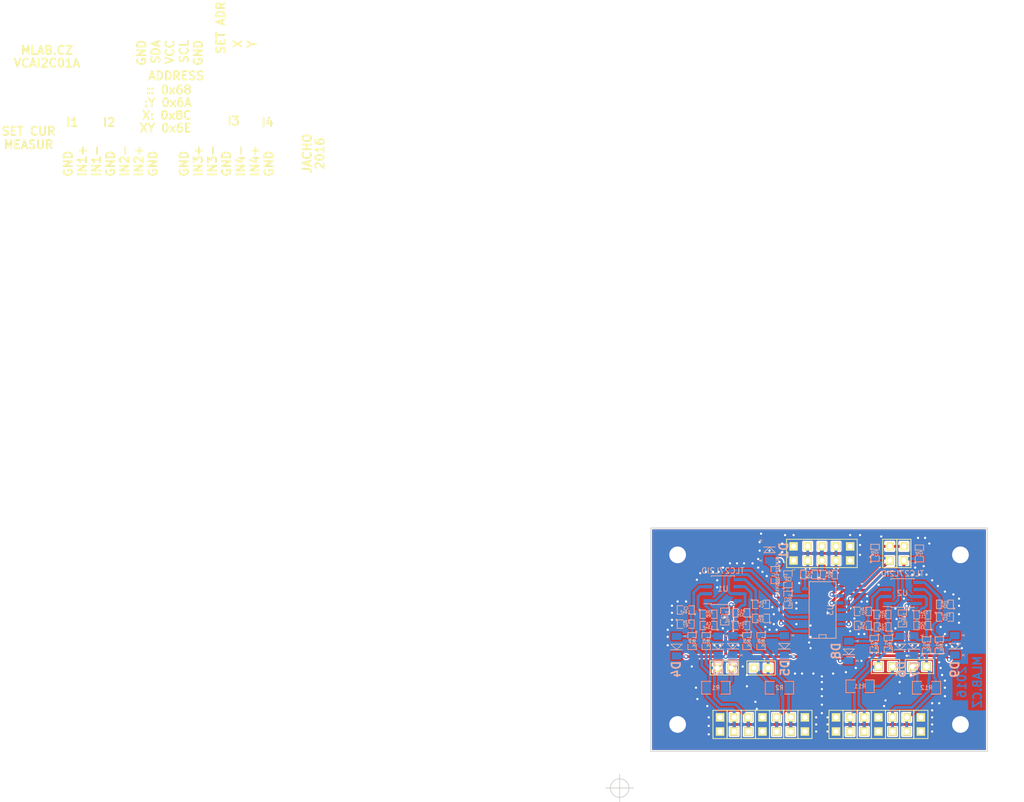
<source format=kicad_pcb>
(kicad_pcb (version 20211014) (generator pcbnew)
  (title_block (title "VCAI2C01") (company "MLAB.cz") (comment 1 "Voltage and current AD converter  with I2C"))
  (layers (0 "F.Cu" signal) (31 "B.Cu" signal) (34 "B.Paste" user) (35 "F.Paste" user) (36 "B.SilkS" user "B.Silkscreen") (37 "F.SilkS" user "F.Silkscreen") (38 "B.Mask" user) (39 "F.Mask" user) (44 "Edge.Cuts" user))
  (net 0 "")
  (net 1 "GND")
  (net 2 "VCC")
  (net 3 "/OUT1")
  (net 4 "/OUT2")
  (net 5 "/OUT3")
  (net 6 "/OUT4")
  (net 7 "Net-(J2-Pad2)")
  (net 8 "Net-(J4-Pad2)")
  (net 9 "Net-(J6-Pad2)")
  (net 10 "Net-(J8-Pad2)")
  (net 11 "/SDA")
  (net 12 "/SCL")
  (net 13 "/A0")
  (net 14 "/A1")
  (net 15 "/IN1-")
  (net 16 "/IN1+")
  (net 17 "/IN2+")
  (net 18 "/IN3+")
  (net 19 "/IN4+")
  (net 20 "/IN2-")
  (net 21 "/IN3-")
  (net 22 "/IN4-")
  (net 23 "/IN1_2+")
  (net 24 "/IN2_2+")
  (net 25 "/IN1_2-")
  (net 26 "/IN2_2-")
  (net 27 "/IN3_2+")
  (net 28 "/IN4_2+")
  (net 29 "/IN3_2-")
  (net 30 "/IN4_2-")
  (net 31 "Net-(C2-Pad1)")
  (footprint "Mlab_Pin_Headers:Straight_1x02" (layer "F.Cu") (at 130.556 80.01 90)
    (fp_text reference "J2" hide)
    (fp_text value "CONN_2" hide)
  )
  (footprint "Mlab_Pin_Headers:Straight_1x02" (layer "F.Cu") (at 137.16 80.01 -90)
    (fp_text reference "J4" hide)
    (fp_text value "CONN_2" hide)
  )
  (footprint "Mlab_Pin_Headers:Straight_1x02" (layer "F.Cu") (at 159.512 79.756 90)
    (fp_text reference "J6" hide)
    (fp_text value "CONN_2" hide)
  )
  (footprint "Mlab_Pin_Headers:Straight_1x02" (layer "F.Cu") (at 165.608 79.756 -90)
    (fp_text reference "J8" hide)
    (fp_text value "CONN_2" hide)
  )
  (footprint "Mlab_Pin_Headers:Straight_2x01" (layer "F.Cu") (at 160.274 59.436 90)
    (fp_text reference "J10" hide)
    (fp_text value "JUMP2_2x1" hide)
  )
  (footprint "Mlab_Pin_Headers:Straight_2x01" (layer "F.Cu") (at 162.814 59.436 90)
    (fp_text reference "J11" hide)
    (fp_text value "JUMP2_2x1" hide)
  )
  (footprint "Mlab_Pin_Headers:Straight_2x05" (layer "F.Cu") (at 148.082 59.436 90)
    (fp_text reference "J13" hide)
    (fp_text value "JUMP_5X2" hide)
  )
  (footprint "Mlab_Mechanical:MountingHole_3mm" (layer "F.Cu") (at 172.974 59.69)
    (fp_text reference "M1" hide)
    (fp_text value "HOLE" hide)
  )
  (footprint "Mlab_Mechanical:MountingHole_3mm" (layer "F.Cu") (at 122.174 90.17)
    (fp_text reference "M2" hide)
    (fp_text value "HOLE" hide)
  )
  (footprint "Mlab_Mechanical:MountingHole_3mm" (layer "F.Cu") (at 172.974 90.17)
    (fp_text reference "M3" hide)
    (fp_text value "HOLE" hide)
  )
  (footprint "Mlab_Mechanical:MountingHole_3mm" (layer "F.Cu") (at 122.174 59.69)
    (fp_text reference "M4" hide)
    (fp_text value "HOLE" hide)
  )
  (footprint "Mlab_Pin_Headers:Straight_1x02" (layer "F.Cu") (at 145.034 90.17)
    (fp_text reference "J14" hide)
    (fp_text value "JUMP_2x1" hide)
  )
  (footprint "Mlab_Pin_Headers:Straight_1x02" (layer "F.Cu") (at 139.954 90.17)
    (fp_text reference "J15" hide)
    (fp_text value "JUMP_2x1" hide)
  )
  (footprint "Mlab_Pin_Headers:Straight_1x02" (layer "F.Cu") (at 142.494 90.17)
    (fp_text reference "J16" hide)
    (fp_text value "JUMP_2x1" hide)
  )
  (footprint "Mlab_Pin_Headers:Straight_1x02" (layer "F.Cu") (at 137.414 90.17)
    (fp_text reference "J17" hide)
    (fp_text value "JUMP_2x1" hide)
  )
  (footprint "Mlab_Pin_Headers:Straight_1x02" (layer "F.Cu") (at 155.702 90.17)
    (fp_text reference "J18" hide)
    (fp_text value "JUMP_2x1" hide)
  )
  (footprint "Mlab_Pin_Headers:Straight_1x02" (layer "F.Cu") (at 153.162 90.17)
    (fp_text reference "J19" hide)
    (fp_text value "JUMP_2x1" hide)
  )
  (footprint "Mlab_Pin_Headers:Straight_1x02" (layer "F.Cu") (at 165.862 90.17)
    (fp_text reference "J20" hide)
    (fp_text value "JUMP_2x1" hide)
  )
  (footprint "Mlab_Pin_Headers:Straight_1x02" (layer "F.Cu") (at 160.782 90.17)
    (fp_text reference "J21" hide)
    (fp_text value "JUMP_2x1" hide)
  )
  (footprint "Mlab_Pin_Headers:Straight_1x02" (layer "F.Cu") (at 163.322 90.17)
    (fp_text reference "J22" hide)
    (fp_text value "JUMP_2x1" hide)
  )
  (footprint "Mlab_Pin_Headers:Straight_1x02" (layer "F.Cu") (at 150.622 90.17)
    (fp_text reference "J23" hide)
    (fp_text value "JUMP_2x1" hide)
  )
  (footprint "Mlab_Pin_Headers:Straight_2x01" (layer "F.Cu") (at 158.242 90.17 90)
    (fp_text reference "J3" hide)
    (fp_text value "JUMP_2x1" hide)
  )
  (footprint "Mlab_Pin_Headers:Straight_1x02" (layer "F.Cu") (at 129.794 90.17)
    (fp_text reference "J5" hide)
    (fp_text value "JUMP_2x1" hide)
  )
  (footprint "Mlab_Pin_Headers:Straight_1x02" (layer "F.Cu") (at 134.874 90.17)
    (fp_text reference "J7" hide)
    (fp_text value "JUMP_2x1" hide)
  )
  (footprint "Mlab_Pin_Headers:Straight_1x02" (layer "F.Cu") (at 132.334 90.17)
    (fp_text reference "J9" hide)
    (fp_text value "JUMP_2x1" hide)
  )
  (footprint "Mlab_R:SMD-0805" (layer "B.Cu") (at 123.6345 69.596 180)
    (fp_text reference "C1")
    (fp_text value "10nF")
  )
  (footprint "Mlab_R:SMD-0805" (layer "B.Cu") (at 141.986 67.7545 -90)
    (fp_text reference "C2")
    (fp_text value "100nF")
  )
  (footprint "Mlab_R:SMD-0805" (layer "B.Cu") (at 141.986 64.0715 90)
    (fp_text reference "C3")
    (fp_text value "10uF")
  )
  (footprint "Mlab_R:SMD-0805" (layer "B.Cu") (at 137.16 68.58)
    (fp_text reference "C4")
    (fp_text value "10nF")
  )
  (footprint "Mlab_R:SMD-0805" (layer "B.Cu") (at 130.6576 70.7644 -90)
    (fp_text reference "C5")
    (fp_text value "100nF")
  )
  (footprint "Mlab_R:SMD-0805" (layer "B.Cu") (at 127.7239 72.39 180)
    (fp_text reference "C6")
    (fp_text value "10nF")
  )
  (footprint "Mlab_R:SMD-0805" (layer "B.Cu") (at 133.604 72.39)
    (fp_text reference "C7")
    (fp_text value "10nF")
  )
  (footprint "Mlab_R:SMD-0805" (layer "B.Cu") (at 155.448 72.39 180)
    (fp_text reference "C8")
    (fp_text value "10nF")
  )
  (footprint "Mlab_R:SMD-0805" (layer "B.Cu") (at 170.18 70.866)
    (fp_text reference "C9")
    (fp_text value "10nF")
  )
  (footprint "Mlab_R:SMD-0805" (layer "B.Cu") (at 159.004 72.644 180)
    (fp_text reference "C10")
    (fp_text value "10nF")
  )
  (footprint "Mlab_R:SMD-0805" (layer "B.Cu") (at 166.116 70.4596)
    (fp_text reference "C11")
    (fp_text value "10nF")
  )
  (footprint "Mlab_D:Diode-MiniMELF_Standard" (layer "B.Cu") (at 138.684 58.928 90)
    (fp_text reference "D1")
    (fp_text value "BZV55C" hide)
  )
  (footprint "Mlab_D:MiniMELF_Standard" (layer "B.Cu") (at 129.4384 76.01966 -90)
    (fp_text reference "D2")
    (fp_text value "BAS85" hide)
  )
  (footprint "Mlab_D:MiniMELF_Standard" (layer "B.Cu") (at 132.08 75.946 -90)
    (fp_text reference "D3")
    (fp_text value "BAS85" hide)
  )
  (footprint "Mlab_D:MiniMELF_Standard" (layer "B.Cu") (at 121.9708 76.0984 -90)
    (fp_text reference "D4")
    (fp_text value "BAS85" hide)
  )
  (footprint "Mlab_D:MiniMELF_Standard" (layer "B.Cu") (at 141.3256 75.96886 -90)
    (fp_text reference "D5")
    (fp_text value "BAS85" hide)
  )
  (footprint "Mlab_D:MiniMELF_Standard" (layer "B.Cu") (at 162.1536 76.07046 -90)
    (fp_text reference "D6")
    (fp_text value "BAS85" hide)
  )
  (footprint "Mlab_D:MiniMELF_Standard" (layer "B.Cu") (at 164.592 75.9968 -90)
    (fp_text reference "D7")
    (fp_text value "BAS85" hide)
  )
  (footprint "Mlab_D:MiniMELF_Standard" (layer "B.Cu") (at 152.908 76.962 -90)
    (fp_text reference "D8")
    (fp_text value "BAS85" hide)
  )
  (footprint "Mlab_D:MiniMELF_Standard" (layer "B.Cu") (at 171.958 75.946 -90)
    (fp_text reference "D9")
    (fp_text value "BAS85" hide)
  )
  (footprint "Mlab_R:SMD-0805" (layer "B.Cu") (at 127.3048 75.184 -90)
    (fp_text reference "R3")
    (fp_text value "180K")
  )
  (footprint "Mlab_R:SMD-0805" (layer "B.Cu") (at 124.7648 75.184 -90)
    (fp_text reference "R4")
    (fp_text value "180K")
  )
  (footprint "Mlab_R:SMD-0805" (layer "B.Cu") (at 134.62 75.184 -90)
    (fp_text reference "R5")
    (fp_text value "180K")
  )
  (footprint "Mlab_R:SMD-0805" (layer "B.Cu") (at 137.16 75.184 -90)
    (fp_text reference "R6")
    (fp_text value "180K")
  )
  (footprint "Mlab_R:SMD-0805" (layer "B.Cu") (at 123.6345 72.136)
    (fp_text reference "R7")
    (fp_text value "33K")
  )
  (footprint "Mlab_R:SMD-0805" (layer "B.Cu") (at 137.16 71.12 180)
    (fp_text reference "R8")
    (fp_text value "33K")
  )
  (footprint "Mlab_R:SMD-0805" (layer "B.Cu") (at 127.7239 70.358)
    (fp_text reference "R9")
    (fp_text value "33K")
  )
  (footprint "Mlab_R:SMD-0805" (layer "B.Cu") (at 133.604 70.104 180)
    (fp_text reference "R10")
    (fp_text value "33K")
  )
  (footprint "Mlab_R:SMD-0805" (layer "B.Cu") (at 160.02 75.692 -90)
    (fp_text reference "R13")
    (fp_text value "180K")
  )
  (footprint "Mlab_R:SMD-0805" (layer "B.Cu") (at 157.48 75.692 -90)
    (fp_text reference "R14")
    (fp_text value "180K")
  )
  (footprint "Mlab_R:SMD-0805" (layer "B.Cu") (at 166.878 75.946 -90)
    (fp_text reference "R15")
    (fp_text value "180K")
  )
  (footprint "Mlab_R:SMD-0805" (layer "B.Cu") (at 169.164 75.946 -90)
    (fp_text reference "R16")
    (fp_text value "180K")
  )
  (footprint "Mlab_R:SMD-0805" (layer "B.Cu") (at 155.448 69.85)
    (fp_text reference "R17")
    (fp_text value "33K")
  )
  (footprint "Mlab_R:SMD-0805" (layer "B.Cu") (at 170.18 68.58 180)
    (fp_text reference "R18")
    (fp_text value "33K")
  )
  (footprint "Mlab_R:SMD-0805" (layer "B.Cu") (at 158.9659 70.4088)
    (fp_text reference "R19")
    (fp_text value "33K")
  )
  (footprint "Mlab_R:SMD-0805" (layer "B.Cu") (at 166.116 72.39 180)
    (fp_text reference "R20")
    (fp_text value "33K")
  )
  (footprint "Mlab_R:SMD-0805" (layer "B.Cu") (at 165.608 59.436 90)
    (fp_text reference "R21")
    (fp_text value "10K")
  )
  (footprint "Mlab_R:SMD-0805" (layer "B.Cu") (at 157.6324 59.3217 90)
    (fp_text reference "R22")
    (fp_text value "10K")
  )
  (footprint "Mlab_R:SMD-0805" (layer "B.Cu") (at 145.796 63.246 180)
    (fp_text reference "R23")
    (fp_text value "10K")
  )
  (footprint "Mlab_R:SMD-0805" (layer "B.Cu") (at 149.352 63.246)
    (fp_text reference "R24")
    (fp_text value "10K")
  )
  (footprint "Mlab_IO:SOIC-8_3.9x4.9mm_Pitch1.27mm" (layer "B.Cu") (at 130.302 66.04)
    (fp_text reference "U1")
    (fp_text value "TLC27L2ID")
  )
  (footprint "Mlab_IO:SOIC-8_3.9x4.9mm_Pitch1.27mm" (layer "B.Cu") (at 162.56 66.548)
    (fp_text reference "U2")
    (fp_text value "TLC27L2ID")
  )
  (footprint "Mlab_IO:SOIC-14" (layer "B.Cu") (at 148.336 69.596 90)
    (fp_text reference "U3")
    (fp_text value "MCP3424")
  )
  (footprint "Mlab_R:SMD-0805" (layer "B.Cu") (at 162.56 71.12 -90)
    (fp_text reference "C12")
    (fp_text value "100nF")
  )
  (footprint "Mlab_R:SMD-0805" (layer "B.Cu") (at 139.7 63.3095 -90)
    (fp_text reference "L1")
    (fp_text value "BLM21PG300SN1D")
  )
  (footprint "Mlab_R:SMD-1206" (layer "B.Cu") (at 129.032 83.566)
    (fp_text reference "R1")
    (fp_text value "249R" hide)
  )
  (footprint "Mlab_R:SMD-1206" (layer "B.Cu") (at 140.462 83.566 180)
    (fp_text reference "R2")
    (fp_text value "249R" hide)
  )
  (footprint "Mlab_R:SMD-1206" (layer "B.Cu") (at 154.94 83.312)
    (fp_text reference "R11")
    (fp_text value "249R" hide)
  )
  (footprint "Mlab_R:SMD-1206" (layer "B.Cu") (at 166.878 83.566 180)
    (fp_text reference "R12")
    (fp_text value "249R" hide)
  )
  (gr_line (start 117.348 94.996) (end 177.8 94.996) (layer "Edge.Cuts") (width 0.15))
  (gr_line (start 117.348 54.864) (end 177.8 54.864) (layer "Edge.Cuts") (width 0.15))
  (gr_line (start 117.348 94.996) (end 117.348 54.864) (layer "Edge.Cuts") (width 0.15))
  (gr_line (start 177.8 94.996) (end 177.8 54.864) (layer "Edge.Cuts") (width 0.15))
  (gr_text "2016" (at 173.228 82.55 90) (layer "B.Cu") (effects (font (size 1.5 1.5) (thickness 0.3)) (justify mirror)))
  (gr_text "MLAB.CZ" (at 176.022 82.55 90) (layer "B.Cu") (effects (font (size 1.5 1.5) (thickness 0.3)) (justify mirror)))
  (gr_text "SET ADR" (at 40.132 -35.052 90) (layer "F.SilkS") (effects (font (size 1.5 1.5) (thickness 0.3))))
  (gr_text "X" (at 43.18 -31.242 90) (layer "F.SilkS") (effects (font (size 1.5 1.5) (thickness 0.3)) (justify left)))
  (gr_text "GND" (at 12.7 -8.128 90) (layer "F.SilkS") (effects (font (size 1.5 1.5) (thickness 0.3)) (justify left)))
  (gr_text "IN1-" (at 17.78 -8.128 90) (layer "F.SilkS") (effects (font (size 1.5 1.5) (thickness 0.3)) (justify left)))
  (gr_text "GND" (at 48.768 -8.128 90) (layer "F.SilkS") (effects (font (size 1.5 1.5) (thickness 0.3)) (justify left)))
  (gr_text "IN2+" (at 25.4 -8.128 90) (layer "F.SilkS") (effects (font (size 1.5 1.5) (thickness 0.3)) (justify left)))
  (gr_text "IN3+" (at 36.068 -8.128 90) (layer "F.SilkS") (effects (font (size 1.5 1.5) (thickness 0.3)) (justify left)))
  (gr_text "GND" (at 36.068 -33.02 90) (layer "F.SilkS") (effects (font (size 1.5 1.5) (thickness 0.3)) (justify right)))
  (gr_text "I4" (at 48.514 -18.034) (layer "F.SilkS") (effects (font (size 1.5 1.5) (thickness 0.3))))
  (gr_text "SDA" (at 28.448 -33.02 90) (layer "F.SilkS") (effects (font (size 1.5 1.5) (thickness 0.3)) (justify right)))
  (gr_text "GND" (at 41.148 -8.128 90) (layer "F.SilkS") (effects (font (size 1.5 1.5) (thickness 0.3)) (justify left)))
  (gr_text "GND" (at 33.528 -8.128 90) (layer "F.SilkS") (effects (font (size 1.5 1.5) (thickness 0.3)) (justify left)))
  (gr_text "Y" (at 45.72 -31.242 90) (layer "F.SilkS") (effects (font (size 1.5 1.5) (thickness 0.3)) (justify left)))
  (gr_text "SCL" (at 33.528 -33.02 90) (layer "F.SilkS") (effects (font (size 1.5 1.5) (thickness 0.3)) (justify right)))
  (gr_text "I3" (at 42.418 -18.288) (layer "F.SilkS") (effects (font (size 1.5 1.5) (thickness 0.3))))
  (gr_text "VCAI2C01A" (at 8.89 -28.702) (layer "F.SilkS") (effects (font (size 1.5 1.5) (thickness 0.3))))
  (gr_text "GND" (at 27.94 -8.128 90) (layer "F.SilkS") (effects (font (size 1.5 1.5) (thickness 0.3)) (justify left)))
  (gr_text "IN1+" (at 15.24 -8.128 90) (layer "F.SilkS") (effects (font (size 1.5 1.5) (thickness 0.3)) (justify left)))
  (gr_text "I1" (at 13.462 -18.034) (layer "F.SilkS") (effects (font (size 1.5 1.5) (thickness 0.3))))
  (gr_text ":Y 0x6A" (at 35.052 -21.59) (layer "F.SilkS") (effects (font (size 1.5 1.5) (thickness 0.3)) (justify right)))
  (gr_text "IN3-" (at 38.608 -8.128 90) (layer "F.SilkS") (effects (font (size 1.5 1.5) (thickness 0.3)) (justify left)))
  (gr_text "MLAB.CZ" (at 8.89 -30.988) (layer "F.SilkS") (effects (font (size 1.5 1.5) (thickness 0.3))))
  (gr_text "JACHO" (at 55.626 -12.446 90) (layer "F.SilkS") (effects (font (size 1.5 1.5) (thickness 0.3))))
  (gr_text "I2" (at 20.066 -18.034) (layer "F.SilkS") (effects (font (size 1.5 1.5) (thickness 0.3))))
  (gr_text ":: 0x68" (at 35.052 -23.876) (layer "F.SilkS") (effects (font (size 1.5 1.5) (thickness 0.3)) (justify right)))
  (gr_text "IN4+" (at 46.228 -8.128 90) (layer "F.SilkS") (effects (font (size 1.5 1.5) (thickness 0.3)) (justify left)))
  (gr_text "2016" (at 57.912 -12.446 90) (layer "F.SilkS") (effects (font (size 1.5 1.5) (thickness 0.3))))
  (gr_text "GND" (at 25.908 -33.02 90) (layer "F.SilkS") (effects (font (size 1.5 1.5) (thickness 0.3)) (justify right)))
  (gr_text "XY 0x6E" (at 35.052 -17.018) (layer "F.SilkS") (effects (font (size 1.5 1.5) (thickness 0.3)) (justify right)))
  (gr_text "X: 0x8C" (at 35.052 -19.304) (layer "F.SilkS") (effects (font (size 1.5 1.5) (thickness 0.3)) (justify right)))
  (gr_text "GND" (at 20.32 -8.128 90) (layer "F.SilkS") (effects (font (size 1.5 1.5) (thickness 0.3)) (justify left)))
  (gr_text "ADDRESS" (at 26.924 -26.416) (layer "F.SilkS") (effects (font (size 1.5 1.5) (thickness 0.3)) (justify left)))
  (gr_text "VCC" (at 30.988 -33.02 90) (layer "F.SilkS") (effects (font (size 1.5 1.5) (thickness 0.3)) (justify right)))
  (gr_text "IN2-" (at 22.86 -8.128 90) (layer "F.SilkS") (effects (font (size 1.5 1.5) (thickness 0.3)) (justify left)))
  (gr_text "IN4-" (at 43.688 -8.128 90) (layer "F.SilkS") (effects (font (size 1.5 1.5) (thickness 0.3)) (justify left)))
  (gr_text "SET CUR\nMEASUR" (at 5.588 -15.24) (layer "F.SilkS") (effects (font (size 1.5 1.5) (thickness 0.3))))
  (target plus (at 111.76 101.6) (size 5) (width 0.15) (layer "Edge.Cuts"))
  (segment (start 167.894 90.17) (end 167.894 88.9) (width 0.3) (layer "F.Cu") (net 1))
  (segment (start 122.174 68.072) (end 123.698002 68.072) (width 0.3) (layer "F.Cu") (net 1))
  (segment (start 121.158 68.834) (end 121.158 70.104) (width 0.3) (layer "F.Cu") (net 1))
  (segment (start 138.321999 72.244001) (end 137.922 72.644) (width 0.3) (layer "F.Cu") (net 1))
  (segment (start 158.242 88.9) (end 158.242 87.884) (width 0.3) (layer "F.Cu") (net 1))
  (segment (start 162.56 81.026) (end 163.83 81.026) (width 0.5) (layer "F.Cu") (net 1))
  (segment (start 169.164 79.756) (end 169.418 80.01) (width 0.3) (layer "F.Cu") (net 1))
  (segment (start 170.18 81.788) (end 170.18 82.296) (width 0.3) (layer "F.Cu") (net 1))
  (segment (start 141.478 56.134) (end 143.002 56.134) (width 0.3) (layer "F.Cu") (net 1))
  (segment (start 163.83 81.026) (end 164.084 81.28) (width 0.5) (layer "F.Cu") (net 1))
  (segment (start 134.62 81.28) (end 134.62 83.312) (width 0.3) (layer "F.Cu") (net 1))
  (segment (start 136.906 58.928) (end 136.906 57.404) (width 0.5) (layer "F.Cu") (net 1))
  (segment (start 138.43 72.136) (end 138.321999 72.244001) (width 0.3) (layer "F.Cu") (net 1))
  (segment (start 148.082 85.09) (end 148.082 83.82) (width 0.3) (layer "F.Cu") (net 1))
  (segment (start 155.223147 68.101147) (end 156.180853 68.101147) (width 0.5) (layer "F.Cu") (net 1))
  (segment (start 156.21 68.072) (end 156.21 67.114294) (width 0.5) (layer "F.Cu") (net 1))
  (segment (start 165.608 63.246) (end 164.338 63.246) (width 0.3) (layer "F.Cu") (net 1))
  (segment (start 135.89 61.214) (end 136.652 61.976) (width 0.3) (layer "F.Cu") (net 1))
  (segment (start 140.97 59.182) (end 140.97 57.658) (width 0.3) (layer "F.Cu") (net 1))
  (segment (start 165.354 56.642) (end 166.624 56.642) (width 0.3) (layer "F.Cu") (net 1))
  (segment (start 125.476 83.566) (end 124.714 82.804) (width 0.3) (layer "F.Cu") (net 1))
  (segment (start 171.704 66.802) (end 171.958 66.802) (width 0.3) (layer "F.Cu") (net 1))
  (segment (start 134.62 80.518) (end 133.858 79.756) (width 0.3) (layer "F.Cu") (net 1))
  (segment (start 144.526 81.026) (end 143.256 81.026) (width 0.3) (layer "F.Cu") (net 1))
  (segment (start 161.29 69.088) (end 162.814 67.564) (width 0.3) (layer "F.Cu") (net 1))
  (segment (start 139.446 72.136) (end 138.43 72.136) (width 0.3) (layer "F.Cu") (net 1))
  (segment (start 124.714 82.804) (end 124.714 79.756) (width 0.3) (layer "F.Cu") (net 1))
  (segment (start 170.18 71.882) (end 169.418 72.644) (width 0.3) (layer "F.Cu") (net 1))
  (segment (start 171.958 66.802) (end 172.72 67.564) (width 0.3) (layer "F.Cu") (net 1))
  (segment (start 130.81 61.976) (end 131.572 61.214) (width 0.3) (layer "F.Cu") (net 1))
  (segment (start 135.636 61.214) (end 135.89 61.214) (width 0.3) (layer "F.Cu") (net 1))
  (segment (start 170.18 66.294) (end 169.926 66.294) (width 0.3) (layer "F.Cu") (net 1))
  (segment (start 127.762 88.9) (end 127.762 90.424) (width 0.3) (layer "F.Cu") (net 1))
  (segment (start 162.052 84.582) (end 162.052 82.55) (width 0.5) (layer "F.Cu") (net 1))
  (segment (start 127 62.992) (end 127.254 62.738) (width 0.3) (layer "F.Cu") (net 1))
  (segment (start 129.286 65.532) (end 129.286 64.262014) (width 0.3) (layer "F.Cu") (net 1))
  (segment (start 148.082 81.534) (end 149.606 81.534) (width 0.3) (layer "F.Cu") (net 1))
  (segment (start 159.512 85.852) (end 159.911999 86.251999) (width 0.3) (layer "F.Cu") (net 1))
  (segment (start 148.082 82.55) (end 148.082 81.534) (width 0.3) (layer "F.Cu") (net 1))
  (segment (start 154.94 57.912) (end 154.94 59.69) (width 0.3) (layer "F.Cu") (net 1))
  (segment (start 125.73 85.598) (end 127 86.868) (width 0.3) (layer "F.Cu") (net 1))
  (segment (start 132.08 75.946) (end 133.096 75.946) (width 0.3) (layer "F.Cu") (net 1))
  (segment (start 143.51 72.136) (end 145.796 72.136) (width 0.3) (layer "F.Cu") (net 1))
  (segment (start 149.606 81.534) (end 150.114 81.026) (width 0.3) (layer "F.Cu") (net 1))
  (segment (start 153.162 56.134) (end 154.94 56.134) (width 0.3) (layer "F.Cu") (net 1))
  (segment (start 156.180853 68.101147) (end 156.21 68.072) (width 0.5) (layer "F.Cu") (net 1))
  (segment (start 169.164 86.36) (end 167.894 86.36) (width 0.3) (layer "F.Cu") (net 1))
  (segment (start 172.72 68.834) (end 172.72 70.358) (width 0.3) (layer "F.Cu") (net 1))
  (segment (start 170.434 75.946) (end 171.196 75.946) (width 0.3) (layer "F.Cu") (net 1))
  (segment (start 136.398 87.376) (end 136.398 86.36) (width 0.3) (layer "F.Cu") (net 1))
  (segment (start 146.05 75.184) (end 145.796 75.438) (width 0.3) (layer "F.Cu") (net 1))
  (segment (start 156.21 67.114294) (end 158.271147 65.053147) (width 0.5) (layer "F.Cu") (net 1))
  (segment (start 158.242 87.884) (end 159.258 86.868) (width 0.3) (layer "F.Cu") (net 1))
  (segment (start 121.158 72.389998) (end 121.158002 72.39) (width 0.3) (layer "F.Cu") (net 1))
  (segment (start 126.238 62.992) (end 127 62.992) (width 0.3) (layer "F.Cu") (net 1))
  (segment (start 147.066 81.534) (end 146.558 81.026) (width 0.3) (layer "F.Cu") (net 1))
  (segment (start 148.082 81.534) (end 147.066 81.534) (width 0.3) (layer "F.Cu") (net 1))
  (segment (start 169.164 78.994) (end 169.164 79.756) (width 0.3) (layer "F.Cu") (net 1))
  (segment (start 161.29 69.342) (end 161.29 69.088) (width 0.3) (layer "F.Cu") (net 1))
  (segment (start 138.684 58.928) (end 136.906 58.928) (width 0.5) (layer "F.Cu") (net 1))
  (segment (start 149.098 91.44) (end 149.098 90.17) (width 0.3) (layer "F.Cu") (net 1))
  (segment (start 138.684 73.152) (end 139.954 73.152) (width 0.3) (layer "F.Cu") (net 1))
  (segment (start 139.192 69.088) (end 139.192 70.104) (width 0.3) (layer "F.Cu") (net 1))
  (segment (start 121.158 71.374) (end 121.158 72.389998) (width 0.3) (layer "F.Cu") (net 1))
  (segment (start 136.398 86.36) (end 136.144 86.106) (width 0.3) (layer "F.Cu") (net 1))
  (segment (start 120.396 73.152) (end 120.396 74.422) (width 0.3) (layer "F.Cu") (net 1))
  (segment (start 129.286 64.262014) (end 129.286014 64.262) (width 0.3) (layer "F.Cu") (net 1))
  (segment (start 171.196 75.946) (end 171.45 76.2) (width 0.3) (layer "F.Cu") (net 1))
  (segment (start 134.62 81.28) (end 134.62 80.518) (width 0.3) (layer "F.Cu") (net 1))
  (segment (start 143.51 68.326) (end 143.51 69.342) (width 0.3) (layer "F.Cu") (net 1))
  (segment (start 153.416 80.772) (end 154.178 80.01) (width 0.3) (layer "F.Cu") (net 1))
  (segment (start 169.926 66.294) (end 168.91 65.278) (width 0.3) (layer "F.Cu") (net 1))
  (segment (start 166.116 61.976) (end 166.37 61.722) (width 0.3) (layer "F.Cu") (net 1))
  (segment (start 172.466 75.692) (end 173.228 76.454) (width 0.3) (layer "F.Cu") (net 1))
  (segment (start 164.846 61.976) (end 166.116 61.976) (width 0.3) (layer "F.Cu") (net 1))
  (segment (start 137.414 62.738) (end 138.176 63.5) (width 0.3) (layer "F.Cu") (net 1))
  (segment (start 145.796 72.136) (end 146.05 72.39) (width 0.3) (layer "F.Cu") (net 1))
  (segment (start 139.192 70.104) (end 139.446 70.358) (width 0.3) (layer "F.Cu") (net 1))
  (segment (start 167.894 64.262) (end 166.878 63.246) (width 0.3) (layer "F.Cu") (net 1))
  (segment (start 159.911999 86.251999) (end 160.890001 86.251999) (width 0.3) (layer "F.Cu") (net 1))
  (segment (start 146.05 74.422) (end 146.05 75.184) (width 0.3) (layer "F.Cu") (net 1))
  (segment (start 129.794 75.946) (end 128.778 75.946) (width 0.3) (layer "F.Cu") (net 1))
  (segment (start 155.702 73.914) (end 154.686 73.914) (width 0.3) (layer "F.Cu") (net 1))
  (segment (start 172.72 71.882) (end 170.18 71.882) (width 0.3) (layer "F.Cu") (net 1))
  (segment (start 152.4 80.772) (end 153.416 80.772) (width 0.3) (layer "F.Cu") (net 1))
  (segment (start 164.338 75.946) (end 165.354 75.946) (width 0.3) (layer "F.Cu") (net 1))
  (segment (start 128.524 62.738) (end 129.54 62.738) (width 0.3) (layer "F.Cu") (net 1))
  (segment (start 127 86.868) (end 127.508 86.868) (width 0.3) (layer "F.Cu") (net 1))
  (segment (start 161.29 72.898) (end 161.29 75.691996) (width 0.3) (layer "F.Cu") (net 1))
  (segment (start 121.158 71.882) (end 121.158 72.389998) (width 0.3) (layer "F.Cu") (net 1))
  (segment (start 170.18 83.566) (end 170.18 85.09) (width 0.3) (layer "F.Cu") (net 1))
  (segment (start 148.082 86.614) (end 148.082 88.138) (width 0.3) (layer "F.Cu") (net 1))
  (segment (start 132.842 61.214) (end 134.112 61.214) (width 0.3) (layer "F.Cu") (net 1))
  (segment (start 169.672 81.28) (end 170.18 81.788) (width 0.3) (layer "F.Cu") (net 1))
  (segment (start 165.862 91.44) (end 167.894 91.44) (width 0.3) (layer "F.Cu") (net 1))
  (segment (start 147.066 90.17) (end 147.066 88.9) (width 0.3) (layer "F.Cu") (net 1))
  (segment (start 145.034 91.44) (end 147.066 91.44) (width 0.3) (layer "F.Cu") (net 1))
  (segment (start 130.302 61.976) (end 130.81 61.976) (width 0.3) (layer "F.Cu") (net 1))
  (via (at 125.6284 64.1604) (size 0.8) (drill 0.4) (layers "F.Cu" "B.Cu") (net 1))
  (via (at 170.18 85.09) (size 0.8) (drill 0.4) (layers "F.Cu" "B.Cu") (net 1))
  (via (at 136.906 58.928) (size 0.8) (drill 0.4) (layers "F.Cu" "B.Cu") (net 1))
  (via (at 150.114 81.026) (size 0.8) (drill 0.4) (layers "F.Cu" "B.Cu") (net 1))
  (via (at 134.62 83.312) (size 0.8) (drill 0.4) (layers "F.Cu" "B.Cu") (net 1))
  (via (at 121.158 71.374) (size 0.8) (drill 0.4) (layers "F.Cu" "B.Cu") (net 1))
  (via (at 162.56 81.026) (size 0.8) (drill 0.4) (layers "F.Cu" "B.Cu") (net 1))
  (via (at 169.164 78.994) (size 0.8) (drill 0.4) (layers "F.Cu" "B.Cu") (net 1))
  (via (at 143.51 72.136) (size 0.8) (drill 0.4) (layers "F.Cu" "B.Cu") (net 1))
  (via (at 127.762 91.948) (size 0.8) (drill 0.4) (layers "F.Cu" "B.Cu") (net 1))
  (via (at 132.842 61.214) (size 0.8) (drill 0.4) (layers "F.Cu" "B.Cu") (net 1))
  (via (at 134.62 81.28) (size 0.8) (drill 0.4) (layers "F.Cu" "B.Cu") (net 1))
  (via (at 130.302 61.976) (size 0.8) (drill 0.4) (layers "F.Cu" "B.Cu") (net 1))
  (via (at 139.446 72.136) (size 0.8) (drill 0.4) (layers "F.Cu" "B.Cu") (net 1))
  (via (at 149.098 88.9) (size 0.8) (drill 0.4) (layers "F.Cu" "B.Cu") (net 1))
  (via (at 161.4932 71.2216) (size 0.8) (drill 0.4) (layers "F.Cu" "B.Cu") (net 1))
  (via (at 164.338 75.946) (size 0.8) (drill 0.4) (layers "F.Cu" "B.Cu") (net 1))
  (via (at 133.096 75.946) (size 0.8) (drill 0.4) (layers "F.Cu" "B.Cu") (net 1))
  (via (at 130.302 72.898) (size 0.8) (drill 0.4) (layers "F.Cu" "B.Cu") (net 1))
  (via (at 122.174 68.072) (size 0.8) (drill 0.4) (layers "F.Cu" "B.Cu") (net 1))
  (via (at 136.144 86.106) (size 0.8) (drill 0.4) (layers "F.Cu" "B.Cu") (net 1))
  (via (at 138.176 63.5) (size 0.8) (drill 0.4) (layers "F.Cu" "B.Cu") (net 1))
  (via (at 139.954 73.152) (size 0.8) (drill 0.4) (layers "F.Cu" "B.Cu") (net 1))
  (via (at 155.223147 68.101147) (size 0.8) (drill 0.4) (layers "F.Cu" "B.Cu") (net 1))
  (via (at 170.18 82.296) (size 0.8) (drill 0.4) (layers "F.Cu" "B.Cu") (net 1))
  (via (at 129.286014 64.262) (size 0.8) (drill 0.4) (layers "F.Cu" "B.Cu") (net 1))
  (via (at 148.082 83.82) (size 0.8) (drill 0.4) (layers "F.Cu" "B.Cu") (net 1))
  (via (at 166.37 61.722) (size 0.8) (drill 0.4) (layers "F.Cu" "B.Cu") (net 1))
  (via (at 148.082 81.534) (size 0.8) (drill 0.4) (layers "F.Cu" "B.Cu") (net 1))
  (via (at 167.894 88.9) (size 0.8) (drill 0.4) (layers "F.Cu" "B.Cu") (net 1))
  (via (at 167.894 86.36) (size 0.8) (drill 0.4) (layers "F.Cu" "B.Cu") (net 1))
  (via (at 127.762 88.9) (size 0.8) (drill 0.4) (layers "F.Cu" "B.Cu") (net 1))
  (via (at 162.052 82.55) (size 0.8) (drill 0.4) (layers "F.Cu" "B.Cu") (net 1))
  (via (at 164.338 63.246) (size 0.8) (drill 0.4) (layers "F.Cu" "B.Cu") (net 1))
  (via (at 168.91 65.278) (size 0.8) (drill 0.4) (layers "F.Cu" "B.Cu") (net 1))
  (via (at 170.18 83.566) (size 0.8) (drill 0.4) (layers "F.Cu" "B.Cu") (net 1))
  (via (at 149.098 90.17) (size 0.8) (drill 0.4) (layers "F.Cu" "B.Cu") (net 1))
  (via (at 156.21 68.072) (size 0.8) (drill 0.4) (layers "F.Cu" "B.Cu") (net 1))
  (via (at 147.066 91.44) (size 0.8) (drill 0.4) (layers "F.Cu" "B.Cu") (net 1))
  (via (at 145.796 75.438) (size 0.8) (drill 0.4) (layers "F.Cu" "B.Cu") (net 1))
  (via (at 146.05 74.422) (size 0.8) (drill 0.4) (layers "F.Cu" "B.Cu") (net 1))
  (via (at 170.18 66.294) (size 0.8) (drill 0.4) (layers "F.Cu" "B.Cu") (net 1))
  (via (at 155.702 73.914) (size 0.8) (drill 0.4) (layers "F.Cu" "B.Cu") (net 1))
  (via (at 172.72 70.358) (size 0.8) (drill 0.4) (layers "F.Cu" "B.Cu") (net 1))
  (via (at 171.704 66.802) (size 0.8) (drill 0.4) (layers "F.Cu" "B.Cu") (net 1))
  (via (at 143.51 69.342) (size 0.8) (drill 0.4) (layers "F.Cu" "B.Cu") (net 1))
  (via (at 141.986 79.248) (size 0.8) (drill 0.4) (layers "F.Cu" "B.Cu") (net 1))
  (via (at 144.526 81.026) (size 0.8) (drill 0.4) (layers "F.Cu" "B.Cu") (net 1))
  (via (at 152.4 80.772) (size 0.8) (drill 0.4) (layers "F.Cu" "B.Cu") (net 1))
  (via (at 161.29 72.898) (size 0.8) (drill 0.4) (layers "F.Cu" "B.Cu") (net 1))
  (via (at 166.878 63.246) (size 0.8) (drill 0.4) (layers "F.Cu" "B.Cu") (net 1))
  (via (at 131.572 61.214) (size 0.8) (drill 0.4) (layers "F.Cu" "B.Cu") (net 1))
  (via (at 137.922 72.644) (size 0.8) (drill 0.4) (layers "F.Cu" "B.Cu") (net 1))
  (via (at 128.778 75.946) (size 0.8) (drill 0.4) (layers "F.Cu" "B.Cu") (net 1))
  (via (at 125.73 85.598) (size 0.8) (drill 0.4) (layers "F.Cu" "B.Cu") (net 1))
  (via (at 169.418 80.01) (size 0.8) (drill 0.4) (layers "F.Cu" "B.Cu") (net 1))
  (via (at 127.762 90.424) (size 0.8) (drill 0.4) (layers "F.Cu" "B.Cu") (net 1))
  (via (at 147.066 88.9) (size 0.8) (drill 0.4) (layers "F.Cu" "B.Cu") (net 1))
  (via (at 120.396 73.152) (size 0.8) (drill 0.4) (layers "F.Cu" "B.Cu") (net 1))
  (via (at 146.05 76.454) (size 0.8) (drill 0.4) (layers "F.Cu" "B.Cu") (net 1))
  (via (at 149.098 70.104) (size 0.8) (drill 0.4) (layers "F.Cu" "B.Cu") (net 1))
  (via (at 154.94 59.69) (size 0.8) (drill 0.4) (layers "F.Cu" "B.Cu") (net 1))
  (via (at 162.814 67.564) (size 0.8) (drill 0.4) (layers "F.Cu" "B.Cu") (net 1))
  (via (at 138.684 73.152) (size 0.8) (drill 0.4) (layers "F.Cu" "B.Cu") (net 1))
  (via (at 156.21 67.114294) (size 0.8) (drill 0.4) (layers "F.Cu" "B.Cu") (net 1))
  (via (at 136.652 61.976) (size 0.8) (drill 0.4) (layers "F.Cu" "B.Cu") (net 1))
  (via (at 172.72 67.564) (size 0.8) (drill 0.4) (layers "F.Cu" "B.Cu") (net 1))
  (via (at 165.354 75.946) (size 0.8) (drill 0.4) (layers "F.Cu" "B.Cu") (net 1))
  (via (at 121.158002 72.39) (size 0.8) (drill 0.4) (layers "F.Cu" "B.Cu") (net 1))
  (via (at 139.446 70.358) (size 0.8) (drill 0.4) (layers "F.Cu" "B.Cu") (net 1))
  (via (at 149.098 91.44) (size 0.8) (drill 0.4) (layers "F.Cu" "B.Cu") (net 1))
  (via (at 138.684 58.928) (size 0.8) (drill 0.4) (layers "F.Cu" "B.Cu") (net 1))
  (via (at 153.162 73.406) (size 0.8) (drill 0.4) (layers "F.Cu" "B.Cu") (net 1))
  (via (at 148.082 86.614) (size 0.8) (drill 0.4) (layers "F.Cu" "B.Cu") (net 1))
  (via (at 161.29 69.342) (size 0.8) (drill 0.4) (layers "F.Cu" "B.Cu") (net 1))
  (via (at 153.162 56.134) (size 0.8) (drill 0.4) (layers "F.Cu" "B.Cu") (net 1))
  (via (at 129.286 65.532) (size 0.8) (drill 0.4) (layers "F.Cu" "B.Cu") (net 1))
  (via (at 136.398 87.376) (size 0.8) (drill 0.4) (layers "F.Cu" "B.Cu") (net 1))
  (via (at 148.082 88.138) (size 0.8) (drill 0.4) (layers "F.Cu" "B.Cu") (net 1))
  (via (at 159.258 86.868) (size 0.8) (drill 0.4) (layers "F.Cu" "B.Cu") (net 1))
  (via (at 167.386 57.658) (size 0.8) (drill 0.4) (layers "F.Cu" "B.Cu") (net 1))
  (via (at 128.524 62.738) (size 0.8) (drill 0.4) (layers "F.Cu" "B.Cu") (net 1))
  (via (at 136.652 60.452) (size 0.8) (drill 0.4) (layers "F.Cu" "B.Cu") (net 1))
  (via (at 147.066 90.17) (size 0.8) (drill 0.4) (layers "F.Cu" "B.Cu") (net 1))
  (via (at 146.558 81.026) (size 0.8) (drill 0.4) (layers "F.Cu" "B.Cu") (net 1))
  (via (at 124.714 79.756) (size 0.8) (drill 0.4) (layers "F.Cu" "B.Cu") (net 1))
  (via (at 169.672 81.28) (size 0.8) (drill 0.4) (layers "F.Cu" "B.Cu") (net 1))
  (via (at 126.238 62.992) (size 0.8) (drill 0.4) (layers "F.Cu" "B.Cu") (net 1))
  (via (at 134.112 61.214) (size 0.8) (drill 0.4) (layers "F.Cu" "B.Cu") (net 1))
  (via (at 172.466 75.692) (size 0.8) (drill 0.4) (layers "F.Cu" "B.Cu") (net 1))
  (via (at 169.418 72.644) (size 0.8) (drill 0.4) (layers "F.Cu" "B.Cu") (net 1))
  (via (at 166.624 56.642) (size 0.8) (drill 0.4) (layers "F.Cu" "B.Cu") (net 1))
  (via (at 154.94 56.134) (size 0.8) (drill 0.4) (layers "F.Cu" "B.Cu") (net 1))
  (via (at 120.396 74.422) (size 0.8) (drill 0.4) (layers "F.Cu" "B.Cu") (net 1))
  (via (at 167.894 91.44) (size 0.8) (drill 0.4) (layers "F.Cu" "B.Cu") (net 1))
  (via (at 162.052 84.582) (size 0.8) (drill 0.4) (layers "F.Cu" "B.Cu") (net 1))
  (via (at 121.158 70.104) (size 0.8) (drill 0.4) (layers "F.Cu" "B.Cu") (net 1))
  (via (at 148.082 85.09) (size 0.8) (drill 0.4) (layers "F.Cu" "B.Cu") (net 1))
  (via (at 172.72 71.882) (size 0.8) (drill 0.4) (layers "F.Cu" "B.Cu") (net 1))
  (via (at 167.894 90.17) (size 0.8) (drill 0.4) (layers "F.Cu" "B.Cu") (net 1))
  (via (at 161.29 75.691996) (size 0.8) (drill 0.4) (layers "F.Cu" "B.Cu") (net 1))
  (via (at 153.924 71.12) (size 0.8) (drill 0.4) (layers "F.Cu" "B.Cu") (net 1))
  (via (at 125.476 83.566) (size 0.8) (drill 0.4) (layers "F.Cu" "B.Cu") (net 1))
  (via (at 127.254 62.738) (size 0.8) (drill 0.4) (layers "F.Cu" "B.Cu") (net 1))
  (via (at 154.94 57.912) (size 0.8) (drill 0.4) (layers "F.Cu" "B.Cu") (net 1))
  (via (at 158.75 56.388) (size 0.8) (drill 0.4) (layers "F.Cu" "B.Cu") (net 1))
  (via (at 155.194 78.74) (size 0.8) (drill 0.4) (layers "F.Cu" "B.Cu") (net 1))
  (via (at 143.51 68.326) (size 0.8) (drill 0.4) (layers "F.Cu" "B.Cu") (net 1))
  (via (at 171.45 76.2) (size 0.8) (drill 0.4) (layers "F.Cu" "B.Cu") (net 1))
  (via (at 159.512 85.852) (size 0.8) (drill 0.4) (layers "F.Cu" "B.Cu") (net 1))
  (via (at 132.08 75.946) (size 0.8) (drill 0.4) (layers "F.Cu" "B.Cu") (net 1))
  (via (at 154.178 80.01) (size 0.8) (drill 0.4) (layers "F.Cu" "B.Cu") (net 1))
  (via (at 129.54 62.738) (size 0.8) (drill 0.4) (layers "F.Cu" "B.Cu") (net 1))
  (via (at 130.6068 70.906402) (size 0.8) (drill 0.4) (layers "F.Cu" "B.Cu") (net 1))
  (via (at 169.164 86.36) (size 0.8) (drill 0.4) (layers "F.Cu" "B.Cu") (net 1))
  (via (at 164.846 61.976) (size 0.8) (drill 0.4) (layers "F.Cu" "B.Cu") (net 1))
  (via (at 123.698002 68.072) (size 0.8) (drill 0.4) (layers "F.Cu" "B.Cu") (net 1))
  (via (at 144.018 64.77) (size 0.8) (drill 0.4) (layers "F.Cu" "B.Cu") (net 1))
  (via (at 165.354 56.642) (size 0.8) (drill 0.4) (layers "F.Cu" "B.Cu") (net 1))
  (via (at 137.414 62.738) (size 0.8) (drill 0.4) (layers "F.Cu" "B.Cu") (net 1))
  (via (at 170.18 73.914) (size 0.8) (drill 0.4) (layers "F.Cu" "B.Cu") (net 1))
  (via (at 140.97 57.658) (size 0.8) (drill 0.4) (layers "F.Cu" "B.Cu") (net 1))
  (via (at 129.794 75.946) (size 0.8) (drill 0.4) (layers "F.Cu" "B.Cu") (net 1))
  (via (at 141.478 56.134) (size 0.8) (drill 0.4) (layers "F.Cu" "B.Cu") (net 1))
  (via (at 158.271147 65.053147) (size 0.8) (drill 0.4) (layers "F.Cu" "B.Cu") (net 1))
  (via (at 164.084 81.28) (size 0.8) (drill 0.4) (layers "F.Cu" "B.Cu") (net 1))
  (via (at 137.16 55.88) (size 0.8) (drill 0.4) (layers "F.Cu" "B.Cu") (net 1))
  (via (at 173.228 76.454) (size 0.8) (drill 0.4) (layers "F.Cu" "B.Cu") (net 1))
  (via (at 140.97 59.182) (size 0.8) (drill 0.4) (layers "F.Cu" "B.Cu") (net 1))
  (via (at 127.508 86.868) (size 0.8) (drill 0.4) (layers "F.Cu" "B.Cu") (net 1))
  (via (at 136.906 57.404) (size 0.8) (drill 0.4) (layers "F.Cu" "B.Cu") (net 1))
  (via (at 167.894 64.262) (size 0.8) (drill 0.4) (layers "F.Cu" "B.Cu") (net 1))
  (via (at 165.608 63.246) (size 0.8) (drill 0.4) (layers "F.Cu" "B.Cu") (net 1))
  (via (at 133.858 79.756) (size 0.8) (drill 0.4) (layers "F.Cu" "B.Cu") (net 1))
  (via (at 146.05 72.39) (size 0.8) (drill 0.4) (layers "F.Cu" "B.Cu") (net 1))
  (via (at 139.192 69.088) (size 0.8) (drill 0.4) (layers "F.Cu" "B.Cu") (net 1))
  (via (at 120.396 75.946) (size 0.8) (drill 0.4) (layers "F.Cu" "B.Cu") (net 1))
  (via (at 170.434 75.946) (size 0.8) (drill 0.4) (layers "F.Cu" "B.Cu") (net 1))
  (via (at 167.894 87.63) (size 0.8) (drill 0.4) (layers "F.Cu" "B.Cu") (net 1))
  (via (at 172.72 68.834) (size 0.8) (drill 0.4) (layers "F.Cu" "B.Cu") (net 1))
  (via (at 121.158 68.834) (size 0.8) (drill 0.4) (layers "F.Cu" "B.Cu") (net 1))
  (via (at 162.052 75.946) (size 0.8) (drill 0.4) (layers "F.Cu" "B.Cu") (net 1))
  (via (at 154.686 73.914) (size 0.8) (drill 0.4) (layers "F.Cu" "B.Cu") (net 1))
  (via (at 148.082 82.55) (size 0.8) (drill 0.4) (layers "F.Cu" "B.Cu") (net 1))
  (via (at 143.256 81.026) (size 0.8) (drill 0.4) (layers "F.Cu" "B.Cu") (net 1))
  (via (at 135.636 61.214) (size 0.8) (drill 0.4) (layers "F.Cu" "B.Cu") (net 1))
  (via (at 143.002 56.134) (size 0.8) (drill 0.4) (layers "F.Cu" "B.Cu") (net 1))
  (segment (start 123.698002 67.506315) (end 123.698002 68.072) (width 0.3) (layer "B.Cu") (net 1))
  (segment (start 153.162 73.406) (end 153.67 73.914) (width 0.3) (layer "B.Cu") (net 1))
  (segment (start 159.258 86.868) (end 159.258 86.106) (width 0.3) (layer "B.Cu") (net 1))
  (segment (start 154.7495 72.9615) (end 155.302001 73.514001) (width 0.3) (layer "B.Cu") (net 1))
  (segment (start 147.066 91.44) (end 147.066 90.17) (width 0.3) (layer "B.Cu") (net 1))
  (segment (start 130.701999 75.037811) (end 131.610188 75.946) (width 0.3) (layer "B.Cu") (net 1))
  (segment (start 149.497999 70.503999) (end 149.098 70.104) (width 0.3) (layer "B.Cu") (net 1))
  (segment (start 154.120315 73.914) (end 154.686 73.914) (width 0.3) (layer "B.Cu") (net 1))
  (segment (start 167.894 91.44) (end 167.894 90.17) (width 0.3) (layer "B.Cu") (net 1))
  (segment (start 166.878 63.246) (end 165.608 63.246) (width 0.3) (layer "B.Cu") (net 1))
  (segment (start 121.158 70.104) (end 121.158 71.374) (width 0.3) (layer "B.Cu") (net 1))
  (segment (start 170.434 77.724) (end 169.164 78.994) (width 0.3) (layer "B.Cu") (net 1))
  (segment (start 134.62 85.422002) (end 134.62 83.312) (width 0.3) (layer "B.Cu") (net 1))
  (segment (start 130.6576 72.5424) (end 130.302 72.898) (width 0.3) (layer "B.Cu") (net 1))
  (segment (start 125.6284 64.1604) (end 125.6284 63.6016) (width 0.3) (layer "B.Cu") (net 1))
  (segment (start 120.796001 72.752001) (end 121.158002 72.39) (width 0.3) (layer "B.Cu") (net 1))
  (segment (start 125.73 83.82) (end 125.476 83.566) (width 0.3) (layer "B.Cu") (net 1))
  (segment (start 149.098 88.9) (end 149.098 86.106) (width 0.3) (layer "B.Cu") (net 1))
  (segment (start 165.608 58.4835) (end 165.608 56.896) (width 0.3) (layer "B.Cu") (net 1))
  (segment (start 169.418 81.026) (end 169.672 81.28) (width 0.3) (layer "B.Cu") (net 1))
  (segment (start 153.162 58.166) (end 153.162 56.134) (width 0.3) (layer "B.Cu") (net 1))
  (segment (start 143.256 80.518) (end 141.986 79.248) (width 0.3) (layer "B.Cu") (net 1))
  (segment (start 149.098 86.106) (end 148.082 85.09) (width 0.3) (layer "B.Cu") (net 1))
  (segment (start 140.97 57.658) (end 140.97 56.642) (width 0.3) (layer "B.Cu") (net 1))
  (segment (start 136.144 86.106) (end 135.303998 86.106) (width 0.3) (layer "B.Cu") (net 1))
  (segment (start 138.684 73.152) (end 138.176 72.644) (width 0.3) (layer "B.Cu") (net 1))
  (segment (start 121.92 68.072) (end 122.174 68.072) (width 0.3) (layer "B.Cu") (net 1))
  (segment (start 128.732 88.9) (end 127.508 87.676) (width 0.3) (layer "B.Cu") (net 1))
  (segment (start 130.302 72.898) (end 130.701999 73.297999) (width 0.3) (layer "B.Cu") (net 1))
  (segment (start 142.24 63.119) (end 143.891 64.77) (width 0.3) (layer "B.Cu") (net 1))
  (segment (start 170.18 66.294) (end 171.196 66.294) (width 0.3) (layer "B.Cu") (net 1))
  (segment (start 150.114 81.026) (end 152.146 81.026) (width 0.3) (layer "B.Cu") (net 1))
  (segment (start 127.602 64.135) (end 126.111 64.135) (width 0.3) (layer "B.Cu") (net 1))
  (segment (start 125.73 85.598) (end 125.73 83.82) (width 0.3) (layer "B.Cu") (net 1))
  (segment (start 165.608 56.896) (end 165.354 56.642) (width 0.3) (layer "B.Cu") (net 1))
  (segment (start 154.178 79.756) (end 155.194 78.74) (width 0.3) (layer "B.Cu") (net 1))
  (segment (start 159.512 85.852) (end 160.782 85.852) (width 0.5) (layer "B.Cu") (net 1))
  (segment (start 172.72 67.564) (end 172.72 68.834) (width 0.3) (layer "B.Cu") (net 1))
  (segment (start 161.29 71.0184) (end 161.29 69.342) (width 0.3) (layer "B.Cu") (net 1))
  (segment (start 164.338 63.246) (end 164.338 62.484) (width 0.3) (layer "B.Cu") (net 1))
  (segment (start 137.922 72.136) (end 137.922 72.644) (width 0.3) (layer "B.Cu") (net 1))
  (segment (start 154.432 69.85) (end 154.178 70.104) (width 0.3) (layer "B.Cu") (net 1))
  (segment (start 145.034 72.136) (end 143.51 72.136) (width 0.3) (layer "B.Cu") (net 1))
  (segment (start 154.7495 69.85) (end 154.7495 68.574794) (width 0.5) (layer "B.Cu") (net 1))
  (segment (start 162.052 82.55) (end 162.052 81.534) (width 0.5) (layer "B.Cu") (net 1))
  (segment (start 170.18 82.296) (end 170.18 83.566) (width 0.3) (layer "B.Cu") (net 1))
  (segment (start 129.794 88.9) (end 128.732 88.9) (width 0.3) (layer "B.Cu") (net 1))
  (segment (start 170.18 85.344) (end 170.18 85.09) (width 0.3) (layer "B.Cu") (net 1))
  (segment (start 162.052 75.888311) (end 162.052 75.946) (width 0.3) (layer "B.Cu") (net 1))
  (segment (start 145.034 68.326) (end 143.51 68.326) (width 0.3) (layer "B.Cu") (net 1))
  (segment (start 149.098 90.17) (end 149.098 88.9) (width 0.3) (layer "B.Cu") (net 1))
  (segment (start 121.158 68.834) (end 121.92 68.072) (width 0.3) (layer "B.Cu") (net 1))
  (segment (start 127.508 87.433685) (end 127.508 86.868) (width 0.3) (layer "B.Cu") (net 1))
  (segment (start 138.938 59.182) (end 138.684 58.928) (width 0.5) (layer "B.Cu") (net 1))
  (segment (start 125.6538 64.135) (end 125.6284 64.1604) (width 0.5) (layer "B.Cu") (net 1))
  (segment (start 125.6284 64.1604) (end 123.698002 66.090798) (width 0.3) (layer "B.Cu") (net 1))
  (segment (start 171.958 76.2) (end 172.466 75.692) (width 0.3) (layer "B.Cu") (net 1))
  (segment (start 152.146 81.026) (end 152.4 80.772) (width 0.3) (layer "B.Cu") (net 1))
  (segment (start 121.557999 68.434001) (end 121.158 68.834) (width 0.3) (layer "B.Cu") (net 1))
  (segment (start 127.254 62.738) (end 128.524 62.738) (width 0.3) (layer "B.Cu") (net 1))
  (segment (start 127.602 64.135) (end 129.159014 64.135) (width 0.3) (layer "B.Cu") (net 1))
  (segment (start 133.096 75.946) (end 129.794 75.946) (width 0.3) (layer "B.Cu") (net 1))
  (segment (start 148.082 83.82) (end 148.082 82.55) (width 0.3) (layer "B.Cu") (net 1))
  (segment (start 120.396 73.152) (end 120.796001 72.752001) (width 0.3) (layer "B.Cu") (net 1))
  (segment (start 129.794 88.9) (end 127.762 88.9) (width 0.3) (layer "B.Cu") (net 1))
  (segment (start 130.6576 71.7169) (end 130.6576 70.957202) (width 0.5) (layer "B.Cu") (net 1))
  (segment (start 171.1325 67.2465) (end 170.18 66.294) (width 0.3) (layer "B.Cu") (net 1))
  (segment (start 127.508 87.676) (end 127.508 87.433685) (width 0.3) (layer "B.Cu") (net 1))
  (segment (start 153.162 73.406) (end 153.416 73.66) (width 0.3) (layer "B.Cu") (net 1))
  (segment (start 134.112 61.214) (end 135.636 61.214) (width 0.3) (layer "B.Cu") (net 1))
  (segment (start 162.052 81.534) (end 162.56 81.026) (width 0.5) (layer "B.Cu") (net 1))
  (segment (start 140.97 56.642) (end 141.478 56.134) (width 0.3) (layer "B.Cu") (net 1))
  (segment (start 137.414 88.392) (end 136.398 87.376) (width 0.3) (layer "B.Cu") (net 1))
  (segment (start 159.86 64.643) (end 160.401 64.643) (width 0.3) (layer "B.Cu") (net 1))
  (segment (start 145.796 76.2) (end 146.05 76.454) (width 0.3) (layer "B.Cu") (net 1))
  (segment (start 151.384 70.866) (end 153.67 70.866) (width 0.3) (layer "B.Cu") (net 1))
  (segment (start 120.396 73.152) (end 120.142 73.152) (width 0.3) (layer "B.Cu") (net 1))
  (segment (start 151.384 73.406) (end 153.162 73.406) (width 0.3) (layer "B.Cu") (net 1))
  (segment (start 167.894 86.36) (end 167.894 87.63) (width 0.3) (layer "B.Cu") (net 1))
  (segment (start 138.176 72.644) (end 137.922 72.644) (width 0.3) (layer "B.Cu") (net 1))
  (segment (start 120.396 74.422) (end 120.396 75.946) (width 0.3) (layer "B.Cu") (net 1))
  (segment (start 171.45 76.2) (end 171.958 76.2) (width 0.3) (layer "B.Cu") (net 1))
  (segment (start 153.67 73.914) (end 154.120315 73.914) (width 0.3) (layer "B.Cu") (net 1))
  (segment (start 138.1125 70.1675) (end 139.192 69.088) (width 0.3) (layer "B.Cu") (net 1))
  (segment (start 142.367 63.119) (end 143.618001 64.370001) (width 0.3) (layer "B.Cu") (net 1))
  (segment (start 136.906 60.198) (end 136.652 60.452) (width 0.5) (layer "B.Cu") (net 1))
  (segment (start 146.05 72.39) (end 146.05 74.422) (width 0.3) (layer "B.Cu") (net 1))
  (segment (start 130.6576 70.957202) (end 130.6068 70.906402) (width 0.5) (layer "B.Cu") (net 1))
  (segment (start 142.113 63.119) (end 142.367 63.119) (width 0.3) (layer "B.Cu") (net 1))
  (segment (start 141.986 58.166) (end 140.97 59.182) (width 0.3) (layer "B.Cu") (net 1))
  (segment (start 143.256 81.026) (end 143.256 80.518) (width 0.3) (layer "B.Cu") (net 1))
  (segment (start 141.986 63.119) (end 142.24 63.119) (width 0.3) (layer "B.Cu") (net 1))
  (segment (start 151.384 70.866) (end 149.86 70.866) (width 0.3) (layer "B.Cu") (net 1))
  (segment (start 127.762 90.424) (end 127.762 91.948) (width 0.3) (layer "B.Cu") (net 1))
  (segment (start 164.338 62.484) (end 164.846 61.976) (width 0.3) (layer "B.Cu") (net 1))
  (segment (start 150.622 91.44) (end 149.098 91.44) (width 0.3) (layer "B.Cu") (net 1))
  (segment (start 139.446 70.358) (end 139.446 72.136) (width 0.3) (layer "B.Cu") (net 1))
  (segment (start 149.86 70.866) (end 149.497999 70.503999) (width 0.3) (layer "B.Cu") (net 1))
  (segment (start 159.258 86.106) (end 159.512 85.852) (width 0.3) (layer "B.Cu") (net 1))
  (segment (start 140.97 59.182) (end 138.938 59.182) (width 0.5) (layer "B.Cu") (net 1))
  (segment (start 162.56 72.0725) (end 162.3441 72.0725) (width 0.5) (layer "B.Cu") (net 1))
  (segment (start 136.906 57.404) (end 136.906 56.134) (width 0.5) (layer "B.Cu") (net 1))
  (segment (start 157.6324 58.3692) (end 157.6324 57.5056) (width 0.3) (layer "B.Cu") (net 1))
  (segment (start 136.906 58.928) (end 136.906 60.198) (width 0.5) (layer "B.Cu") (net 1))
  (segment (start 162.1155 72.0725) (end 161.29 72.898) (width 0.3) (layer "B.Cu") (net 1))
  (segment (start 129.54 62.738) (end 130.302 61.976) (width 0.3) (layer "B.Cu") (net 1))
  (segment (start 131.610188 75.946) (end 132.08 75.946) (width 0.3) (layer "B.Cu") (net 1))
  (segment (start 164.338 75.946) (end 162.052 75.946) (width 0.3) (layer "B.Cu") (net 1))
  (segment (start 161.4932 71.2216) (end 161.29 71.0184) (width 0.3) (layer "B.Cu") (net 1))
  (segment (start 162.3441 72.0725) (end 161.4932 71.2216) (width 0.5) (layer "B.Cu") (net 1))
  (segment (start 138.1125 70.612) (end 138.1125 70.1675) (width 0.3) (layer "B.Cu") (net 1))
  (segment (start 143.891 64.77) (end 144.018 64.77) (width 0.3) (layer "B.Cu") (net 1))
  (segment (start 157.6324 57.5056) (end 158.350001 56.787999) (width 0.3) (layer "B.Cu") (net 1))
  (segment (start 172.72 70.358) (end 172.72 71.882) (width 0.3) (layer "B.Cu") (net 1))
  (segment (start 145.796 75.438) (end 145.796 76.2) (width 0.3) (layer "B.Cu") (net 1))
  (segment (start 169.418 73.152) (end 170.18 73.914) (width 0.3) (layer "B.Cu") (net 1))
  (segment (start 148.082 85.09) (end 148.082 86.614) (width 0.3) (layer "B.Cu") (net 1))
  (segment (start 134.62 83.312) (end 134.62 81.28) (width 0.3) (layer "B.Cu") (net 1))
  (segment (start 153.67 70.866) (end 153.924 71.12) (width 0.3) (layer "B.Cu") (net 1))
  (segment (start 126.111 64.135) (end 125.222 63.246) (width 0.3) (layer "B.Cu") (net 1))
  (segment (start 143.002 58.166) (end 141.986 58.166) (width 0.3) (layer "B.Cu") (net 1))
  (segment (start 160.782 85.852) (end 162.052 84.582) (width 0.5) (layer "B.Cu") (net 1))
  (segment (start 143.618001 64.370001) (end 144.018 64.77) (width 0.3) (layer "B.Cu") (net 1))
  (segment (start 137.414 88.9) (end 137.414 88.392) (width 0.3) (layer "B.Cu") (net 1))
  (segment (start 135.303998 86.106) (end 134.62 85.422002) (width 0.3) (layer "B.Cu") (net 1))
  (segment (start 158.350001 56.787999) (end 158.75 56.388) (width 0.3) (layer "B.Cu") (net 1))
  (segment (start 169.418 72.644) (end 169.418 73.152) (width 0.3) (layer "B.Cu") (net 1))
  (segment (start 130.6576 71.7169) (end 130.6576 72.5424) (width 0.3) (layer "B.Cu") (net 1))
  (segment (start 155.5115 69.85) (end 154.432 69.85) (width 0.3) (layer "B.Cu") (net 1))
  (segment (start 154.7495 68.574794) (end 155.223147 68.101147) (width 0.5) (layer "B.Cu") (net 1))
  (segment (start 169.164 86.36) (end 170.18 85.344) (width 0.3) (layer "B.Cu") (net 1))
  (segment (start 136.652 61.976) (end 137.414 62.738) (width 0.3) (layer "B.Cu") (net 1))
  (segment (start 170.434 75.946) (end 170.434 77.724) (width 0.3) (layer "B.Cu") (net 1))
  (segment (start 154.7495 71.882) (end 154.7495 72.9615) (width 0.3) (layer "B.Cu") (net 1))
  (segment (start 171.196 66.294) (end 171.704 66.802) (width 0.3) (layer "B.Cu") (net 1))
  (segment (start 161.29 75.691996) (end 161.855685 75.691996) (width 0.3) (layer "B.Cu") (net 1))
  (segment (start 136.906 56.134) (end 137.16 55.88) (width 0.5) (layer "B.Cu") (net 1))
  (segment (start 169.418 80.01) (end 169.418 81.026) (width 0.3) (layer "B.Cu") (net 1))
  (segment (start 130.701999 73.297999) (end 130.701999 75.037811) (width 0.3) (layer "B.Cu") (net 1))
  (segment (start 125.6284 63.6016) (end 126.238 62.992) (width 0.3) (layer "B.Cu") (net 1))
  (segment (start 154.178 80.01) (end 154.178 79.756) (width 0.3) (layer "B.Cu") (net 1))
  (segment (start 168.91 65.278) (end 167.894 64.262) (width 0.3) (layer "B.Cu") (net 1))
  (segment (start 165.354 75.946) (end 170.434 75.946) (width 0.3) (layer "B.Cu") (net 1))
  (segment (start 129.159014 64.135) (end 129.286014 64.262) (width 0.3) (layer "B.Cu") (net 1))
  (segment (start 166.624 56.642) (end 166.624 56.896) (width 0.3) (layer "B.Cu") (net 1))
  (segment (start 158.271147 65.053147) (end 156.21 67.114294) (width 0.5) (layer "B.Cu") (net 1))
  (segment (start 131.572 61.214) (end 132.842 61.214) (width 0.3) (layer "B.Cu") (net 1))
  (segment (start 154.94 56.134) (end 154.94 57.912) (width 0.3) (layer "B.Cu") (net 1))
  (segment (start 146.558 81.026) (end 144.526 81.026) (width 0.3) (layer "B.Cu") (net 1))
  (segment (start 127.602 64.135) (end 125.6538 64.135) (width 0.5) (layer "B.Cu") (net 1))
  (segment (start 122.428 68.072) (end 121.92 68.072) (width 0.3) (layer "B.Cu") (net 1))
  (segment (start 171.1325 68.58) (end 171.1325 67.2465) (width 0.3) (layer "B.Cu") (net 1))
  (segment (start 123.698002 66.090798) (end 123.698002 67.506315) (width 0.3) (layer "B.Cu") (net 1))
  (segment (start 161.855685 75.691996) (end 162.052 75.888311) (width 0.3) (layer "B.Cu") (net 1))
  (segment (start 155.302001 73.514001) (end 155.702 73.914) (width 0.3) (layer "B.Cu") (net 1))
  (segment (start 166.624 56.896) (end 167.386 57.658) (width 0.3) (layer "B.Cu") (net 1))
  (segment (start 162.56 72.0725) (end 162.1155 72.0725) (width 0.3) (layer "B.Cu") (net 1))
  (segment (start 121.92 68.072) (end 121.557999 68.434001) (width 0.3) (layer "B.Cu") (net 1))
  (segment (start 148.082 60.706) (end 148.082 67.056) (width 0.5) (layer "F.Cu") (net 2))
  (segment (start 158.126002 58.166) (end 153.757202 62.5348) (width 0.5) (layer "F.Cu") (net 2))
  (segment (start 158.79572 77.82052) (end 163.322 77.82052) (width 0.5) (layer "F.Cu") (net 2))
  (segment (start 131.826 73.2536) (end 131.826 69.196485) (width 0.5) (layer "F.Cu") (net 2))
  (segment (start 163.322 77.82052) (end 163.322 68.833998) (width 0.5) (layer "F.Cu") (net 2))
  (segment (start 130.81 74.2696) (end 131.826 73.2536) (width 0.5) (layer "F.Cu") (net 2))
  (segment (start 142.143998 62.992) (end 140.462 61.310002) (width 1.3) (layer "F.Cu") (net 2))
  (segment (start 148.082 77.978) (end 150.621996 77.978) (width 0.5) (layer "F.Cu") (net 2))
  (segment (start 163.322 77.82052) (end 170.27652 77.82052) (width 0.5) (layer "F.Cu") (net 2))
  (segment (start 140.462 61.310002) (end 140.462 60.96) (width 1.3) (layer "F.Cu") (net 2))
  (segment (start 160.274 58.166) (end 158.126002 58.166) (width 0.5) (layer "F.Cu") (net 2))
  (segment (start 152.399996 77.724) (end 158.6992 77.724) (width 0.5) (layer "F.Cu") (net 2))
  (segment (start 130.81 77.978) (end 123.69799 77.978) (width 0.5) (layer "F.Cu") (net 2))
  (segment (start 153.757202 62.5348) (end 148.3152 62.5348) (width 0.5) (layer "F.Cu") (net 2))
  (segment (start 143.002 77.978) (end 130.81 77.978) (width 0.5) (layer "F.Cu") (net 2))
  (segment (start 147.858 62.992) (end 142.143998 62.992) (width 1.3) (layer "F.Cu") (net 2))
  (segment (start 170.27652 77.82052) (end 170.942 78.486) (width 0.5) (layer "F.Cu") (net 2))
  (segment (start 150.621996 77.978) (end 151.383996 78.74) (width 0.5) (layer "F.Cu") (net 2))
  (segment (start 148.3152 62.5348) (end 148.082 62.768) (width 0.5) (layer "F.Cu") (net 2))
  (segment (start 148.082 62.768) (end 147.858 62.992) (width 1.3) (layer "F.Cu") (net 2))
  (segment (start 162.814 58.166) (end 160.274 58.166) (width 0.5) (layer "F.Cu") (net 2))
  (segment (start 158.6992 77.724) (end 158.79572 77.82052) (width 0.5) (layer "F.Cu") (net 2))
  (segment (start 130.81 77.978) (end 130.81 74.2696) (width 0.5) (layer "F.Cu") (net 2))
  (segment (start 151.383996 78.74) (end 152.399996 77.724) (width 0.5) (layer "F.Cu") (net 2))
  (segment (start 148.082 77.978) (end 143.002 77.978) (width 0.5) (layer "F.Cu") (net 2))
  (segment (start 148.082 60.706) (end 148.082 62.768) (width 1.3) (layer "F.Cu") (net 2))
  (segment (start 148.082 67.056) (end 148.082 77.978) (width 0.5) (layer "F.Cu") (net 2))
  (segment (start 131.826 69.196485) (end 131.826 68.6308) (width 0.5) (layer "F.Cu") (net 2))
  (via (at 170.942 78.486) (size 0.8) (drill 0.4) (layers "F.Cu" "B.Cu") (net 2))
  (via (at 163.322 68.833998) (size 0.8) (drill 0.4) (layers "F.Cu" "B.Cu") (net 2))
  (via (at 140.462 60.96) (size 0.8) (drill 0.4) (layers "F.Cu" "B.Cu") (net 2))
  (via (at 163.322 77.82052) (size 0.8) (drill 0.4) (layers "F.Cu" "B.Cu") (net 2))
  (via (at 131.826 68.6308) (size 0.8) (drill 0.4) (layers "F.Cu" "B.Cu") (net 2))
  (via (at 151.383996 78.74) (size 0.8) (drill 0.4) (layers "F.Cu" "B.Cu") (net 2))
  (via (at 123.69799 77.978) (size 0.8) (drill 0.4) (layers "F.Cu" "B.Cu") (net 2))
  (via (at 143.002 77.978) (size 0.8) (drill 0.4) (layers "F.Cu" "B.Cu") (net 2))
  (via (at 130.81 77.978) (size 0.8) (drill 0.4) (layers "F.Cu" "B.Cu") (net 2))
  (segment (start 163.322 68.833998) (end 163.322 69.4055) (width 0.5) (layer "B.Cu") (net 2))
  (segment (start 163.322 69.4055) (end 162.56 70.1675) (width 0.5) (layer "B.Cu") (net 2))
  (segment (start 122.10034 77.978) (end 121.9708 77.84846) (width 0.5) (layer "B.Cu") (net 2))
  (segment (start 140.462 60.96) (end 139.7 60.96) (width 1.3) (layer "B.Cu") (net 2))
  (segment (start 131.826 68.6308) (end 131.826 68.6435) (width 0.5) (layer "B.Cu") (net 2))
  (segment (start 164.592 77.74686) (end 163.39566 77.74686) (width 1.3) (layer "B.Cu") (net 2))
  (segment (start 170.942 78.486) (end 171.16806 78.486) (width 0.5) (layer "B.Cu") (net 2))
  (segment (start 129.64668 77.978) (end 129.4384 77.76972) (width 0.5) (layer "B.Cu") (net 2))
  (segment (start 143.002 77.978) (end 141.58468 77.978) (width 0.5) (layer "B.Cu") (net 2))
  (segment (start 138.684 60.67806) (end 138.684 61.341) (width 0.7) (layer "B.Cu") (net 2))
  (segment (start 131.09194 77.69606) (end 130.81 77.978) (width 0.5) (layer "B.Cu") (net 2))
  (segment (start 146.7485 63.246) (end 148.3995 63.246) (width 0.7) (layer "B.Cu") (net 2))
  (segment (start 139.7 60.96) (end 139.7 62.357) (width 0.7) (layer "B.Cu") (net 2))
  (segment (start 165.26 68.453) (end 163.702998 68.453) (width 0.6) (layer "B.Cu") (net 2))
  (segment (start 123.69799 77.978) (end 122.10034 77.978) (width 0.5) (layer "B.Cu") (net 2))
  (segment (start 132.08 77.69606) (end 131.09194 77.69606) (width 0.5) (layer "B.Cu") (net 2))
  (segment (start 148.082 60.706) (end 148.082 62.9285) (width 0.7) (layer "B.Cu") (net 2))
  (segment (start 141.58468 77.978) (end 141.3256 77.71892) (width 0.5) (layer "B.Cu") (net 2))
  (segment (start 131.826 68.6435) (end 130.6576 69.8119) (width 0.5) (layer "B.Cu") (net 2))
  (segment (start 171.16806 78.486) (end 171.958 77.69606) (width 0.5) (layer "B.Cu") (net 2))
  (segment (start 152.88006 78.74) (end 152.908 78.71206) (width 0.5) (layer "B.Cu") (net 2))
  (segment (start 151.383996 78.74) (end 152.88006 78.74) (width 0.5) (layer "B.Cu") (net 2))
  (segment (start 132.5245 67.945) (end 133.002 67.945) (width 0.5) (layer "B.Cu") (net 2))
  (segment (start 163.39566 77.74686) (end 163.322 77.82052) (width 1.3) (layer "B.Cu") (net 2))
  (segment (start 148.082 58.166) (end 148.082 60.706) (width 0.7) (layer "B.Cu") (net 2))
  (segment (start 131.826 68.6308) (end 132.3162 68.6308) (width 0.5) (layer "B.Cu") (net 2))
  (segment (start 138.684 61.341) (end 139.7 62.357) (width 0.7) (layer "B.Cu") (net 2))
  (segment (start 148.082 62.9285) (end 148.3995 63.246) (width 0.7) (layer "B.Cu") (net 2))
  (segment (start 139.7 60.96) (end 138.96594 60.96) (width 1.3) (layer "B.Cu") (net 2))
  (segment (start 140.462 60.96) (end 140.462 61.595) (width 0.7) (layer "B.Cu") (net 2))
  (segment (start 162.1536 77.82052) (end 163.322 77.82052) (width 1.3) (layer "B.Cu") (net 2))
  (segment (start 130.81 77.978) (end 129.64668 77.978) (width 0.5) (layer "B.Cu") (net 2))
  (segment (start 140.462 61.595) (end 139.7 62.357) (width 0.7) (layer "B.Cu") (net 2))
  (segment (start 138.96594 60.96) (end 138.684 60.67806) (width 1.3) (layer "B.Cu") (net 2))
  (segment (start 163.702998 68.453) (end 163.322 68.833998) (width 0.6) (layer "B.Cu") (net 2))
  (segment (start 132.3162 68.6308) (end 133.002 67.945) (width 0.5) (layer "B.Cu") (net 2))
  (segment (start 139.878348 67.030052) (end 140.766799 67.918503) (width 0.5) (layer "F.Cu") (net 3))
  (segment (start 140.766799 67.918503) (end 140.766799 71.417915) (width 0.5) (layer "F.Cu") (net 3))
  (segment (start 140.766799 71.417915) (end 140.766799 71.9836) (width 0.5) (layer "F.Cu") (net 3))
  (via (at 140.766799 71.9836) (size 0.8) (drill 0.4) (layers "F.Cu" "B.Cu") (net 3))
  (via (at 139.878348 67.030052) (size 0.8) (drill 0.4) (layers "F.Cu" "B.Cu") (net 3))
  (segment (start 128.967004 67.945) (end 130.556 66.356004) (width 0.5) (layer "B.Cu") (net 3))
  (segment (start 145.034 73.406) (end 142.912672 73.406) (width 0.5) (layer "B.Cu") (net 3))
  (segment (start 131.605334 62.49599) (end 135.344286 62.49599) (width 0.5) (layer "B.Cu") (net 3))
  (segment (start 135.344286 62.49599) (end 139.478349 66.630053) (width 0.5) (layer "B.Cu") (net 3))
  (segment (start 127.254 68.268315) (end 127.254 68.834) (width 0.6) (layer "B.Cu") (net 3))
  (segment (start 128.6764 70.358) (end 128.6764 70.2564) (width 0.5) (layer "B.Cu") (net 3))
  (segment (start 141.490272 71.9836) (end 141.332484 71.9836) (width 0.5) (layer "B.Cu") (net 3))
  (segment (start 128.6764 72.39) (end 128.6764 70.358) (width 0.5) (layer "B.Cu") (net 3))
  (segment (start 127.577315 67.945) (end 127.254 68.268315) (width 0.6) (layer "B.Cu") (net 3))
  (segment (start 139.478349 66.630053) (end 139.878348 67.030052) (width 0.5) (layer "B.Cu") (net 3))
  (segment (start 130.556 66.356004) (end 130.556 63.545324) (width 0.5) (layer "B.Cu") (net 3))
  (segment (start 128.6764 70.2564) (end 127.254 68.834) (width 0.5) (layer "B.Cu") (net 3))
  (segment (start 127.602 67.945) (end 128.967004 67.945) (width 0.5) (layer "B.Cu") (net 3))
  (segment (start 142.912672 73.406) (end 141.490272 71.9836) (width 0.5) (layer "B.Cu") (net 3))
  (segment (start 130.556 63.545324) (end 131.605334 62.49599) (width 0.5) (layer "B.Cu") (net 3))
  (segment (start 127.602 67.945) (end 127.577315 67.945) (width 0.6) (layer "B.Cu") (net 3))
  (segment (start 141.332484 71.9836) (end 140.766799 71.9836) (width 0.5) (layer "B.Cu") (net 3))
  (segment (start 131.318 63.843998) (end 131.915998 63.246) (width 0.5) (layer "B.Cu") (net 4))
  (segment (start 132.6515 69.85) (end 133.756499 68.745001) (width 0.5) (layer "B.Cu") (net 4))
  (segment (start 140.787499 69.551501) (end 142.101998 70.866) (width 0.5) (layer "B.Cu") (net 4))
  (segment (start 143.51 70.866) (end 145.034 70.866) (width 0.5) (layer "B.Cu") (net 4))
  (segment (start 134.277 66.675) (end 133.002 66.675) (width 0.5) (layer "B.Cu") (net 4))
  (segment (start 142.101998 70.866) (end 143.51 70.866) (width 0.5) (layer "B.Cu") (net 4))
  (segment (start 131.699 66.675) (end 131.318 66.294) (width 0.5) (layer "B.Cu") (net 4))
  (segment (start 133.002 66.675) (end 131.699 66.675) (width 0.5) (layer "B.Cu") (net 4))
  (segment (start 131.318 66.294) (end 131.318 63.843998) (width 0.5) (layer "B.Cu") (net 4))
  (segment (start 134.277003 66.675003) (end 134.277 66.675) (width 0.5) (layer "B.Cu") (net 4))
  (segment (start 134.821502 63.246) (end 140.787499 69.211997) (width 0.5) (layer "B.Cu") (net 4))
  (segment (start 134.277003 68.644998) (end 134.277003 66.675003) (width 0.5) (layer "B.Cu") (net 4))
  (segment (start 134.177001 68.745001) (end 134.277003 68.644998) (width 0.5) (layer "B.Cu") (net 4))
  (segment (start 132.6515 71.882) (end 132.6515 70.104) (width 0.5) (layer "B.Cu") (net 4))
  (segment (start 131.915998 63.246) (end 134.821502 63.246) (width 0.5) (layer "B.Cu") (net 4))
  (segment (start 132.6515 70.104) (end 132.6515 69.85) (width 0.5) (layer "B.Cu") (net 4))
  (segment (start 140.787499 69.211997) (end 140.787499 69.551501) (width 0.5) (layer "B.Cu") (net 4))
  (segment (start 133.756499 68.745001) (end 134.177001 68.745001) (width 0.5) (layer "B.Cu") (net 4))
  (segment (start 161.036 63.103992) (end 158.947508 63.103992) (width 0.5) (layer "B.Cu") (net 5))
  (segment (start 159.86 68.453) (end 161.135 68.453) (width 0.5) (layer "B.Cu") (net 5))
  (segment (start 159.86 68.453) (end 159.54949 68.453) (width 0.5) (layer "B.Cu") (net 5))
  (segment (start 158.947508 63.103992) (end 152.4555 69.596) (width 0.5) (layer "B.Cu") (net 5))
  (segment (start 159.9692 70.4596) (end 159.9184 70.4088) (width 0.5) (layer "B.Cu") (net 5))
  (segment (start 161.135 68.453) (end 161.798 67.79) (width 0.5) (layer "B.Cu") (net 5))
  (segment (start 161.798 67.79) (end 161.798 63.865992) (width 0.5) (layer "B.Cu") (net 5))
  (segment (start 159.9184 68.5114) (end 159.86 68.453) (width 0.5) (layer "B.Cu") (net 5))
  (segment (start 159.9184 70.4088) (end 159.9184 68.5114) (width 0.5) (layer "B.Cu") (net 5))
  (segment (start 159.9692 72.4408) (end 159.9692 70.4596) (width 0.5) (layer "B.Cu") (net 5))
  (segment (start 152.4555 69.596) (end 151.384 69.596) (width 0.5) (layer "B.Cu") (net 5))
  (segment (start 161.798 63.865992) (end 161.036 63.103992) (width 0.5) (layer "B.Cu") (net 5))
  (segment (start 152.908 67.817996) (end 153.161996 67.564) (width 0.5) (layer "F.Cu") (net 6))
  (segment (start 152.908 72.136) (end 152.908 67.817996) (width 0.5) (layer "F.Cu") (net 6))
  (via (at 152.908 72.136) (size 0.8) (drill 0.4) (layers "F.Cu" "B.Cu") (net 6))
  (via (at 153.161996 67.564) (size 0.8) (drill 0.4) (layers "F.Cu" "B.Cu") (net 6))
  (segment (start 153.561995 67.164001) (end 153.161996 67.564) (width 0.5) (layer "B.Cu") (net 6))
  (segment (start 165.1635 72.39) (end 165.1635 70.4596) (width 0.5) (layer "B.Cu") (net 6))
  (segment (start 152.908 72.136) (end 151.384 72.136) (width 0.5) (layer "B.Cu") (net 6))
  (segment (start 162.548009 63.555327) (end 161.346664 62.353982) (width 0.5) (layer "B.Cu") (net 6))
  (segment (start 165.1635 70.4596) (end 165.1635 70.2056) (width 0.5) (layer "B.Cu") (net 6))
  (segment (start 165.1635 70.2056) (end 166.108 69.2611) (width 0.5) (layer "B.Cu") (net 6))
  (segment (start 166.878 67.526) (end 166.535 67.183) (width 0.5) (layer "B.Cu") (net 6))
  (segment (start 161.346664 62.353982) (end 158.372014 62.353982) (width 0.5) (layer "B.Cu") (net 6))
  (segment (start 166.108 69.2611) (end 166.426902 69.2611) (width 0.5) (layer "B.Cu") (net 6))
  (segment (start 166.426902 69.2611) (end 166.878 68.810002) (width 0.5) (layer "B.Cu") (net 6))
  (segment (start 166.535 67.183) (end 165.26 67.183) (width 0.5) (layer "B.Cu") (net 6))
  (segment (start 165.26 67.183) (end 163.985 67.183) (width 0.5) (layer "B.Cu") (net 6))
  (segment (start 163.985 67.183) (end 162.54801 65.74601) (width 0.5) (layer "B.Cu") (net 6))
  (segment (start 162.54801 65.74601) (end 162.548009 63.555327) (width 0.5) (layer "B.Cu") (net 6))
  (segment (start 158.372014 62.353982) (end 153.561995 67.164001) (width 0.5) (layer "B.Cu") (net 6))
  (segment (start 166.878 68.810002) (end 166.878 67.526) (width 0.5) (layer "B.Cu") (net 6))
  (segment (start 131.826 80.01) (end 131.826 82.423) (width 0.5) (layer "B.Cu") (net 7))
  (segment (start 131.826 82.423) (end 130.683 83.566) (width 0.5) (layer "B.Cu") (net 7))
  (segment (start 138.811 82.931) (end 135.89 80.01) (width 0.5) (layer "B.Cu") (net 8))
  (segment (start 138.811 83.566) (end 138.811 82.931) (width 0.5) (layer "B.Cu") (net 8))
  (segment (start 135.838 80.062) (end 135.89 80.01) (width 0.5) (layer "B.Cu") (net 8))
  (segment (start 160.782 81.018) (end 158.488 83.312) (width 0.5) (layer "B.Cu") (net 9))
  (segment (start 160.782 79.756) (end 160.782 81.018) (width 0.5) (layer "B.Cu") (net 9))
  (segment (start 158.488 83.312) (end 157.853 83.312) (width 0.5) (layer "B.Cu") (net 9))
  (segment (start 157.853 83.312) (end 156.591 83.312) (width 0.5) (layer "B.Cu") (net 9))
  (segment (start 165.227 80.645) (end 164.338 79.756) (width 0.5) (layer "B.Cu") (net 10))
  (segment (start 165.227 83.566) (end 165.227 80.645) (width 0.5) (layer "B.Cu") (net 10))
  (segment (start 145.542 60.706) (end 145.542 62.5475) (width 0.5) (layer "B.Cu") (net 11))
  (segment (start 145.542 58.166) (end 145.542 60.706) (width 0.5) (layer "B.Cu") (net 11))
  (segment (start 145.034 63.4365) (end 144.8435 63.246) (width 0.5) (layer "B.Cu") (net 11))
  (segment (start 145.542 62.5475) (end 144.8435 63.246) (width 0.5) (layer "B.Cu") (net 11))
  (segment (start 145.034 65.786) (end 145.034 63.4365) (width 0.5) (layer "B.Cu") (net 11))
  (segment (start 150.622 62.9285) (end 150.3045 63.246) (width 0.5) (layer "B.Cu") (net 12))
  (segment (start 150.3045 63.246) (end 150.3045 64.7065) (width 0.5) (layer "B.Cu") (net 12))
  (segment (start 150.622 60.706) (end 150.622 62.9285) (width 0.5) (layer "B.Cu") (net 12))
  (segment (start 150.3045 64.7065) (end 151.384 65.786) (width 0.5) (layer "B.Cu") (net 12))
  (segment (start 150.622 58.166) (end 150.622 60.706) (width 0.5) (layer "B.Cu") (net 12))
  (segment (start 150.864011 65.797989) (end 149.86 66.802) (width 0.5) (layer "F.Cu") (net 13))
  (segment (start 155.702 65.278) (end 151.384 65.278) (width 0.5) (layer "F.Cu") (net 13))
  (segment (start 160.274 60.706) (end 155.702 65.278) (width 0.5) (layer "F.Cu") (net 13))
  (segment (start 151.384 65.278) (end 150.864011 65.797989) (width 0.5) (layer "F.Cu") (net 13))
  (via (at 149.86 66.802) (size 0.8) (drill 0.4) (layers "F.Cu" "B.Cu") (net 13))
  (segment (start 150.114 67.056) (end 149.86 66.802) (width 0.5) (layer "B.Cu") (net 13))
  (segment (start 159.8422 60.2742) (end 160.274 60.706) (width 0.5) (layer "B.Cu") (net 13))
  (segment (start 157.6324 60.2742) (end 159.8422 60.2742) (width 0.5) (layer "B.Cu") (net 13))
  (segment (start 151.384 67.056) (end 150.114 67.056) (width 0.5) (layer "B.Cu") (net 13))
  (segment (start 151.965992 66.02801) (end 149.86 68.134002) (width 0.5) (layer "F.Cu") (net 14))
  (segment (start 162.814 60.706) (end 162.814 61.968) (width 0.5) (layer "F.Cu") (net 14))
  (segment (start 159.810674 62.23) (end 156.012664 66.02801) (width 0.5) (layer "F.Cu") (net 14))
  (segment (start 162.552 62.23) (end 159.810674 62.23) (width 0.5) (layer "F.Cu") (net 14))
  (segment (start 149.86 68.134002) (end 149.86 68.326) (width 0.5) (layer "F.Cu") (net 14))
  (segment (start 162.814 61.968) (end 162.552 62.23) (width 0.5) (layer "F.Cu") (net 14))
  (segment (start 156.012664 66.02801) (end 151.965992 66.02801) (width 0.5) (layer "F.Cu") (net 14))
  (via (at 149.86 68.326) (size 0.8) (drill 0.4) (layers "F.Cu" "B.Cu") (net 14))
  (segment (start 165.608 60.3885) (end 163.1315 60.3885) (width 0.6) (layer "B.Cu") (net 14))
  (segment (start 151.384 68.326) (end 149.86 68.326) (width 0.5) (layer "B.Cu") (net 14))
  (segment (start 163.1315 60.3885) (end 162.814 60.706) (width 0.6) (layer "B.Cu") (net 14))
  (segment (start 127.3048 79.2908) (end 127.3048 77.081) (width 0.5) (layer "B.Cu") (net 15))
  (segment (start 128.778 85.347644) (end 128.778 80.772) (width 0.5) (layer "B.Cu") (net 15))
  (segment (start 132.403366 86.57601) (end 130.006366 86.57601) (width 0.5) (layer "B.Cu") (net 15))
  (segment (start 134.874 88.9) (end 134.874 88.472002) (width 0.6) (layer "B.Cu") (net 15))
  (segment (start 132.588 86.614) (end 132.441356 86.614) (width 0.5) (layer "B.Cu") (net 15))
  (segment (start 130.006366 86.57601) (end 128.778 85.347644) (width 0.5) (layer "B.Cu") (net 15))
  (segment (start 129.286 80.01) (end 128.024 80.01) (width 0.5) (layer "B.Cu") (net 15))
  (segment (start 132.441356 86.614) (end 132.403366 86.57601) (width 0.5) (layer "B.Cu") (net 15))
  (segment (start 128.778 80.772) (end 129.286 80.264) (width 0.5) (layer "B.Cu") (net 15))
  (segment (start 129.286 79.756) (end 128.645 79.756) (width 0.3) (layer "B.Cu") (net 15))
  (segment (start 129.286 80.264) (end 129.286 80.01) (width 0.5) (layer "B.Cu") (net 15))
  (segment (start 128.024 80.01) (end 127.3048 79.2908) (width 0.5) (layer "B.Cu") (net 15))
  (segment (start 127.3048 77.081) (end 127.3048 76.1365) (width 0.5) (layer "B.Cu") (net 15))
  (segment (start 134.874 91.44) (end 134.874 88.9) (width 0.6) (layer "B.Cu") (net 15))
  (segment (start 134.874 88.9) (end 132.588 86.614) (width 0.5) (layer "B.Cu") (net 15))
  (segment (start 125.0188 76.1365) (end 124.7648 76.1365) (width 0.5) (layer "B.Cu") (net 16))
  (segment (start 132.334 88.9) (end 132.334 87.638) (width 0.5) (layer "B.Cu") (net 16))
  (segment (start 129.675 87.376) (end 127.381 85.082) (width 0.5) (layer "B.Cu") (net 16))
  (segment (start 127.202 83.82) (end 127.202 83.16666) (width 0.5) (layer "B.Cu") (net 16))
  (segment (start 132.334 91.44) (end 132.334 88.9) (width 0.6) (layer "B.Cu") (net 16))
  (segment (start 132.072 87.376) (end 129.675 87.376) (width 0.5) (layer "B.Cu") (net 16))
  (segment (start 127.381 83.566) (end 127.381 85.082) (width 0.5) (layer "B.Cu") (net 16))
  (segment (start 126.492 79.609356) (end 126.492 77.6097) (width 0.5) (layer "B.Cu") (net 16))
  (segment (start 126.492 77.6097) (end 125.0188 76.1365) (width 0.5) (layer "B.Cu") (net 16))
  (segment (start 132.334 87.638) (end 132.072 87.376) (width 0.5) (layer "B.Cu") (net 16))
  (segment (start 127.381 83.185) (end 127.97801 82.58799) (width 0.5) (layer "B.Cu") (net 16))
  (segment (start 127.97801 81.095366) (end 126.492 79.609356) (width 0.5) (layer "B.Cu") (net 16))
  (segment (start 127.381 83.566) (end 127.381 83.185) (width 0.5) (layer "B.Cu") (net 16))
  (segment (start 127.97801 82.58799) (end 127.97801 81.095366) (width 0.5) (layer "B.Cu") (net 16))
  (segment (start 139.996706 81.026) (end 139.996706 78.719206) (width 0.5) (layer "B.Cu") (net 17))
  (segment (start 137.414 76.1365) (end 137.16 76.1365) (width 0.5) (layer "B.Cu") (net 17))
  (segment (start 142.113 83.566) (end 142.113 83.142294) (width 0.5) (layer "B.Cu") (net 17))
  (segment (start 142.494 91.44) (end 142.494 88.9) (width 0.6) (layer "B.Cu") (net 17))
  (segment (start 142.038 83.82) (end 141.599 83.82) (width 0.3) (layer "B.Cu") (net 17))
  (segment (start 142.038 88.444) (end 142.494 88.9) (width 0.5) (layer "B.Cu") (net 17))
  (segment (start 142.113 83.142294) (end 139.996706 81.026) (width 0.5) (layer "B.Cu") (net 17))
  (segment (start 142.113 88.519) (end 142.494 88.9) (width 0.5) (layer "B.Cu") (net 17))
  (segment (start 142.113 83.566) (end 142.113 88.519) (width 0.5) (layer "B.Cu") (net 17))
  (segment (start 139.996706 78.719206) (end 137.414 76.1365) (width 0.5) (layer "B.Cu") (net 17))
  (segment (start 157.48 76.6445) (end 157.48 77.786002) (width 0.5) (layer "B.Cu") (net 18))
  (segment (start 153.924001 82.113499) (end 153.924001 82.676999) (width 0.5) (layer "B.Cu") (net 18))
  (segment (start 157.226 76.6445) (end 157.48 76.6445) (width 0.6) (layer "B.Cu") (net 18))
  (segment (start 153.162 91.44) (end 153.162 88.9) (width 0.6) (layer "B.Cu") (net 18))
  (segment (start 156.2815 78.984502) (end 156.2815 79.756) (width 0.5) (layer "B.Cu") (net 18))
  (segment (start 153.162 88.646) (end 153.162 88.9) (width 0.5) (layer "B.Cu") (net 18))
  (segment (start 156.2815 79.756) (end 153.924001 82.113499) (width 0.5) (layer "B.Cu") (net 18))
  (segment (start 153.924 84.328) (end 153.924 87.884) (width 0.5) (layer "B.Cu") (net 18))
  (segment (start 153.618 88.444) (end 153.162 88.9) (width 0.5) (layer "B.Cu") (net 18))
  (segment (start 153.924001 82.676999) (end 153.289 83.312) (width 0.5) (layer "B.Cu") (net 18))
  (segment (start 153.289 83.693) (end 153.924 84.328) (width 0.5) (layer "B.Cu") (net 18))
  (segment (start 157.48 77.786002) (end 156.2815 78.984502) (width 0.5) (layer "B.Cu") (net 18))
  (segment (start 153.924 87.884) (end 153.162 88.646) (width 0.5) (layer "B.Cu") (net 18))
  (segment (start 153.289 83.312) (end 153.289 83.693) (width 0.5) (layer "B.Cu") (net 18))
  (segment (start 168.263999 81.784999) (end 168.263999 77.798501) (width 0.5) (layer "B.Cu") (net 19))
  (segment (start 168.529 82.05) (end 168.263999 81.784999) (width 0.5) (layer "B.Cu") (net 19))
  (segment (start 168.91 76.8985) (end 168.7195 76.8985) (width 0.5) (layer "B.Cu") (net 19))
  (segment (start 168.529 83.566) (end 168.529 82.05) (width 0.5) (layer "B.Cu") (net 19))
  (segment (start 163.322 88.9) (end 163.618708 88.9) (width 0.5) (layer "B.Cu") (net 19))
  (segment (start 163.618708 88.9) (end 168.529 83.989708) (width 0.5) (layer "B.Cu") (net 19))
  (segment (start 168.529 83.989708) (end 168.529 83.566) (width 0.5) (layer "B.Cu") (net 19))
  (segment (start 168.263999 77.798501) (end 169.164 76.8985) (width 0.5) (layer "B.Cu") (net 19))
  (segment (start 163.322 88.9) (end 163.322 91.44) (width 0.5) (layer "B.Cu") (net 19))
  (segment (start 140.950999 85.082001) (end 140.850999 84.982001) (width 0.5) (layer "B.Cu") (net 20))
  (segment (start 141.05201 85.082001) (end 140.950999 85.082001) (width 0.5) (layer "B.Cu") (net 20))
  (segment (start 139.01865 81.86065) (end 138.43 81.272) (width 0.5) (layer "B.Cu") (net 20))
  (segment (start 140.850999 84.982001) (end 140.850999 83.011649) (width 0.5) (layer "B.Cu") (net 20))
  (segment (start 138.43 78.486) (end 137.16 77.216) (width 0.5) (layer "B.Cu") (net 20))
  (segment (start 138.43 80.01) (end 138.43 78.486) (width 0.5) (layer "B.Cu") (net 20))
  (segment (start 134.874 76.1365) (end 134.62 76.1365) (width 0.5) (layer "B.Cu") (net 20))
  (segment (start 139.954 88.9) (end 141.05201 87.80199) (width 0.5) (layer "B.Cu") (net 20))
  (segment (start 137.16 77.216) (end 135.9535 77.216) (width 0.5) (layer "B.Cu") (net 20))
  (segment (start 135.9535 77.216) (end 134.874 76.1365) (width 0.5) (layer "B.Cu") (net 20))
  (segment (start 139.954 91.44) (end 139.954 88.9) (width 0.6) (layer "B.Cu") (net 20))
  (segment (start 139.7 81.86065) (end 139.01865 81.86065) (width 0.5) (layer "B.Cu") (net 20))
  (segment (start 140.850999 83.011649) (end 139.7 81.86065) (width 0.5) (layer "B.Cu") (net 20))
  (segment (start 138.43 81.272) (end 138.43 80.01) (width 0.5) (layer "B.Cu") (net 20))
  (segment (start 141.05201 87.80199) (end 141.05201 85.082001) (width 0.5) (layer "B.Cu") (net 20))
  (segment (start 157.412856 79.756) (end 154.72399 82.444866) (width 0.5) (layer "B.Cu") (net 21))
  (segment (start 158.242 79.756) (end 158.242 78.4225) (width 0.5) (layer "B.Cu") (net 21))
  (segment (start 154.72399 86.65999) (end 155.702 87.638) (width 0.5) (layer "B.Cu") (net 21))
  (segment (start 155.702 87.638) (end 155.702 88.9) (width 0.5) (layer "B.Cu") (net 21))
  (segment (start 155.702 91.44) (end 155.702 88.9) (width 0.6) (layer "B.Cu") (net 21))
  (segment (start 158.242 78.4225) (end 160.02 76.6445) (width 0.5) (layer "B.Cu") (net 21))
  (segment (start 158.242 79.756) (end 157.412856 79.756) (width 0.5) (layer "B.Cu") (net 21))
  (segment (start 154.72399 82.444866) (end 154.72399 86.65999) (width 0.5) (layer "B.Cu") (net 21))
  (segment (start 167.266999 82.149999) (end 167.266999 84.120351) (width 0.5) (layer "B.Cu") (net 22))
  (segment (start 164.26535 87.122) (end 161.298 87.122) (width 0.5) (layer "B.Cu") (net 22))
  (segment (start 166.878 76.8985) (end 166.878 79.756) (width 0.5) (layer "B.Cu") (net 22))
  (segment (start 161.298 87.122) (end 160.782 87.638) (width 0.5) (layer "B.Cu") (net 22))
  (segment (start 167.266999 84.120351) (end 164.26535 87.122) (width 0.5) (layer "B.Cu") (net 22))
  (segment (start 160.782014 88.9) (end 160.782 88.9) (width 0.5) (layer "B.Cu") (net 22))
  (segment (start 160.782 87.638) (end 160.782 88.9) (width 0.5) (layer "B.Cu") (net 22))
  (segment (start 167.386 80.518) (end 167.386 82.049999) (width 0.5) (layer "B.Cu") (net 22))
  (segment (start 166.878 80.01) (end 167.386 80.518) (width 0.5) (layer "B.Cu") (net 22))
  (segment (start 166.878 79.756) (end 167.265 79.756) (width 0.5) (layer "B.Cu") (net 22))
  (segment (start 160.782 88.9) (end 160.782 91.44) (width 0.5) (layer "B.Cu") (net 22))
  (segment (start 167.366999 82.049999) (end 167.266999 82.149999) (width 0.5) (layer "B.Cu") (net 22))
  (segment (start 166.878 79.756) (end 166.878 80.01) (width 0.5) (layer "B.Cu") (net 22))
  (segment (start 167.386 82.049999) (end 167.366999 82.049999) (width 0.5) (layer "B.Cu") (net 22))
  (segment (start 126.111 65.405) (end 125.05001 66.46599) (width 0.5) (layer "B.Cu") (net 23))
  (segment (start 121.9708 74.34834) (end 124.64796 74.34834) (width 0.5) (layer "B.Cu") (net 23))
  (segment (start 124.64796 74.34834) (end 124.7648 74.2315) (width 0.5) (layer "B.Cu") (net 23))
  (segment (start 125.05001 69.13299) (end 124.587 69.596) (width 0.5) (layer "B.Cu") (net 23))
  (segment (start 124.7648 74.2315) (end 124.7648 72.3138) (width 0.5) (layer "B.Cu") (net 23))
  (segment (start 124.856301 74.139999) (end 124.7648 74.2315) (width 0.6) (layer "B.Cu") (net 23))
  (segment (start 124.7648 72.3138) (end 124.587 72.136) (width 0.5) (layer "B.Cu") (net 23))
  (segment (start 124.587 72.136) (end 124.587 69.596) (width 0.5) (layer "B.Cu") (net 23))
  (segment (start 127.602 65.405) (end 126.111 65.405) (width 0.5) (layer "B.Cu") (net 23))
  (segment (start 124.968 74.0283) (end 124.7648 74.2315) (width 0.5) (layer "B.Cu") (net 23))
  (segment (start 125.05001 66.46599) (end 125.05001 69.13299) (width 0.5) (layer "B.Cu") (net 23))
  (segment (start 136.2075 72.3345) (end 137.16 73.287) (width 0.5) (layer "B.Cu") (net 24))
  (segment (start 137.16 73.287) (end 137.16 74.2315) (width 0.5) (layer "B.Cu") (net 24))
  (segment (start 134.277 64.135) (end 133.002 64.135) (width 0.5) (layer "B.Cu") (net 24))
  (segment (start 141.3129 74.2315) (end 141.3256 74.2188) (width 0.5) (layer "B.Cu") (net 24))
  (segment (start 136.2075 70.612) (end 136.2075 72.3345) (width 0.5) (layer "B.Cu") (net 24))
  (segment (start 136.2075 70.612) (end 136.2075 68.58) (width 0.5) (layer "B.Cu") (net 24))
  (segment (start 136.2075 66.045046) (end 134.297454 64.135) (width 0.5) (layer "B.Cu") (net 24))
  (segment (start 136.2075 68.58) (end 136.2075 66.045046) (width 0.5) (layer "B.Cu") (net 24))
  (segment (start 133.002 64.135) (end 133.477 64.135) (width 0.5) (layer "B.Cu") (net 24))
  (segment (start 137.16 74.2315) (end 141.3129 74.2315) (width 0.5) (layer "B.Cu") (net 24))
  (segment (start 134.297454 64.135) (end 134.277 64.135) (width 0.5) (layer "B.Cu") (net 24))
  (segment (start 126.7714 72.39) (end 126.7714 73.6981) (width 0.5) (layer "B.Cu") (net 25))
  (segment (start 126.327 66.675) (end 125.85 67.152) (width 0.5) (layer "B.Cu") (net 25))
  (segment (start 126.7714 73.6981) (end 127.3048 74.2315) (width 0.5) (layer "B.Cu") (net 25))
  (segment (start 127.0508 74.2315) (end 127.3048 74.2315) (width 0.5) (layer "B.Cu") (net 25))
  (segment (start 125.85 67.152) (end 125.85 69.1826) (width 0.5) (layer "B.Cu") (net 25))
  (segment (start 126.746 70.358) (end 126.7714 70.358) (width 0.5) (layer "B.Cu") (net 25))
  (segment (start 126.7714 70.104) (end 126.7714 70.358) (width 0.5) (layer "B.Cu") (net 25))
  (segment (start 127.3048 74.2315) (end 129.4003 74.2315) (width 0.5) (layer "B.Cu") (net 25))
  (segment (start 125.85 69.1826) (end 126.7714 70.104) (width 0.5) (layer "B.Cu") (net 25))
  (segment (start 126.7714 70.358) (end 126.7714 72.39) (width 0.5) (layer "B.Cu") (net 25))
  (segment (start 127.602 66.675) (end 126.327 66.675) (width 0.5) (layer "B.Cu") (net 25))
  (segment (start 127.4953 74.422) (end 127.3048 74.2315) (width 0.6) (layer "B.Cu") (net 25))
  (segment (start 129.4003 74.2315) (end 129.4384 74.2696) (width 0.5) (layer "B.Cu") (net 25))
  (segment (start 135.382 66.4972) (end 135.382 67.422802) (width 0.5) (layer "B.Cu") (net 26))
  (segment (start 134.62 74.2315) (end 134.62 71.9455) (width 0.5) (layer "B.Cu") (net 26))
  (segment (start 135.128 69.342) (end 135.128 68.58) (width 0.5) (layer "B.Cu") (net 26))
  (segment (start 133.002 65.405) (end 134.2898 65.405) (width 0.5) (layer "B.Cu") (net 26))
  (segment (start 135.128 67.676802) (end 135.128 68.58) (width 0.5) (layer "B.Cu") (net 26))
  (segment (start 135.128 68.58) (end 135.128 68.834) (width 0.5) (layer "B.Cu") (net 26))
  (segment (start 134.5565 70.104) (end 134.5565 69.9135) (width 0.5) (layer "B.Cu") (net 26))
  (segment (start 134.874 74.2315) (end 134.62 74.2315) (width 0.5) (layer "B.Cu") (net 26))
  (segment (start 135.382 67.422802) (end 135.128 67.676802) (width 0.5) (layer "B.Cu") (net 26))
  (segment (start 133.002 65.405) (end 133.679826 65.405) (width 0.5) (layer "B.Cu") (net 26))
  (segment (start 134.58444 74.19594) (end 134.62 74.2315) (width 0.5) (layer "B.Cu") (net 26))
  (segment (start 134.62 71.9455) (end 134.5565 71.882) (width 0.5) (layer "B.Cu") (net 26))
  (segment (start 133.002 65.405) (end 133.477 65.405) (width 0.5) (layer "B.Cu") (net 26))
  (segment (start 134.5565 71.882) (end 134.5565 70.104) (width 0.5) (layer "B.Cu") (net 26))
  (segment (start 134.5565 69.9135) (end 135.128 69.342) (width 0.5) (layer "B.Cu") (net 26))
  (segment (start 134.2898 65.405) (end 135.382 66.4972) (width 0.5) (layer "B.Cu") (net 26))
  (segment (start 132.08 74.19594) (end 134.58444 74.19594) (width 0.5) (layer "B.Cu") (net 26))
  (segment (start 157.00756 75.21194) (end 157.48 74.7395) (width 0.5) (layer "B.Cu") (net 27))
  (segment (start 152.908 75.21194) (end 157.00756 75.21194) (width 0.5) (layer "B.Cu") (net 27))
  (segment (start 156.4005 69.6595) (end 156.4005 69.85) (width 0.5) (layer "B.Cu") (net 27))
  (segment (start 157.226 74.7395) (end 157.48 74.7395) (width 0.6) (layer "B.Cu") (net 27))
  (segment (start 156.856001 72.845501) (end 156.856001 74.115501) (width 0.5) (layer "B.Cu") (net 27))
  (segment (start 157.48 74.7395) (end 157.106999 74.366499) (width 0.5) (layer "B.Cu") (net 27))
  (segment (start 156.4005 72.39) (end 156.856001 72.845501) (width 0.5) (layer "B.Cu") (net 27))
  (segment (start 156.856001 74.115501) (end 157.48 74.7395) (width 0.5) (layer "B.Cu") (net 27))
  (segment (start 158.585 65.913) (end 157.110001 67.387999) (width 0.5) (layer "B.Cu") (net 27))
  (segment (start 156.4005 69.85) (end 156.4005 72.39) (width 0.5) (layer "B.Cu") (net 27))
  (segment (start 157.110001 67.387999) (end 157.110001 68.949999) (width 0.5) (layer "B.Cu") (net 27))
  (segment (start 156.6545 71.882) (end 156.6545 72.43466) (width 0.3) (layer "B.Cu") (net 27))
  (segment (start 157.48 74.7395) (end 157.372502 74.7395) (width 0.6) (layer "B.Cu") (net 27))
  (segment (start 157.110001 68.949999) (end 156.4005 69.6595) (width 0.5) (layer "B.Cu") (net 27))
  (segment (start 159.86 65.913) (end 158.585 65.913) (width 0.5) (layer "B.Cu") (net 27))
  (segment (start 169.164 74.93) (end 169.164 74.9935) (width 0.5) (layer "B.Cu") (net 28))
  (segment (start 169.2275 71.12) (end 168.013001 72.334499) (width 0.5) (layer "B.Cu") (net 28))
  (segment (start 169.2275 67.3355) (end 166.535 64.643) (width 0.5) (layer "B.Cu") (net 28))
  (segment (start 169.2275 70.866) (end 169.2275 71.12) (width 0.5) (layer "B.Cu") (net 28))
  (segment (start 168.013001 73.779001) (end 169.164 74.93) (width 0.5) (layer "B.Cu") (net 28))
  (segment (start 168.7195 74.9935) (end 168.91 74.9935) (width 0.5) (layer "B.Cu") (net 28))
  (segment (start 169.2275 68.58) (end 169.2275 67.3355) (width 0.5) (layer "B.Cu") (net 28))
  (segment (start 169.2275 70.866) (end 169.2275 68.58) (width 0.5) (layer "B.Cu") (net 28))
  (segment (start 170.95724 74.9935) (end 171.7548 74.19594) (width 0.5) (layer "B.Cu") (net 28))
  (segment (start 166.535 64.643) (end 165.26 64.643) (width 0.5) (layer "B.Cu") (net 28))
  (segment (start 168.91 74.9935) (end 170.95724 74.9935) (width 0.5) (layer "B.Cu") (net 28))
  (segment (start 168.013001 72.334499) (end 168.013001 73.779001) (width 0.5) (layer "B.Cu") (net 28))
  (segment (start 168.7195 74.791998) (end 168.7195 74.9935) (width 0.5) (layer "B.Cu") (net 28))
  (segment (start 158.0515 72.771) (end 160.02 74.7395) (width 0.5) (layer "B.Cu") (net 29))
  (segment (start 158.0134 67.7546) (end 158.585 67.183) (width 0.5) (layer "B.Cu") (net 29))
  (segment (start 158.0642 72.4408) (end 158.0642 72.7837) (width 0.5) (layer "B.Cu") (net 29))
  (segment (start 158.585 67.183) (end 159.86 67.183) (width 0.5) (layer "B.Cu") (net 29))
  (segment (start 158.0642 72.7837) (end 160.02 74.7395) (width 0.5) (layer "B.Cu") (net 29))
  (segment (start 158.0134 70.4088) (end 158.0134 67.7546) (width 0.5) (layer "B.Cu") (net 29))
  (segment (start 160.02 74.7395) (end 161.7345 74.7395) (width 0.5) (layer "B.Cu") (net 29))
  (segment (start 159.766 74.7395) (end 160.02 74.7395) (width 0.5) (layer "B.Cu") (net 29))
  (segment (start 158.0515 72.644) (end 158.0515 72.771) (width 0.5) (layer "B.Cu") (net 29))
  (segment (start 158.0642 70.4596) (end 158.0134 70.4088) (width 0.5) (layer "B.Cu") (net 29))
  (segment (start 158.0642 72.4408) (end 158.0642 70.4596) (width 0.5) (layer "B.Cu") (net 29))
  (segment (start 161.7345 74.7395) (end 162.1536 74.3204) (width 0.5) (layer "B.Cu") (net 29))
  (segment (start 159.089811 67.183) (end 159.86 67.183) (width 0.6) (layer "B.Cu") (net 29))
  (segment (start 164.592 74.24674) (end 164.07201 73.72675) (width 0.5) (layer "B.Cu") (net 30))
  (segment (start 167.0685 70.4596) (end 167.0685 70.2056) (width 0.5) (layer "B.Cu") (net 30))
  (segment (start 166.878 74.9935) (end 166.878 72.5805) (width 0.5) (layer "B.Cu") (net 30))
  (segment (start 167.0685 70.4596) (end 167.0685 72.39) (width 0.5) (layer "B.Cu") (net 30))
  (segment (start 165.33876 74.9935) (end 164.592 74.24674) (width 0.5) (layer "B.Cu") (net 30))
  (segment (start 167.628009 69.646091) (end 167.628009 67.006009) (width 0.5) (layer "B.Cu") (net 30))
  (segment (start 166.878 74.9935) (end 165.33876 74.9935) (width 0.5) (layer "B.Cu") (net 30))
  (segment (start 166.8145 74.93) (end 166.878 74.9935) (width 0.6) (layer "B.Cu") (net 30))
  (segment (start 166.535 65.913) (end 165.26 65.913) (width 0.5) (layer "B.Cu") (net 30))
  (segment (start 167.628009 67.006009) (end 166.535 65.913) (width 0.5) (layer "B.Cu") (net 30))
  (segment (start 166.878 72.5805) (end 167.0685 72.39) (width 0.5) (layer "B.Cu") (net 30))
  (segment (start 167.0685 70.2056) (end 167.628009 69.646091) (width 0.5) (layer "B.Cu") (net 30))
  (segment (start 145.034 67.056) (end 142.24 67.056) (width 0.5) (layer "B.Cu") (net 31))
  (segment (start 142.24 67.056) (end 141.986 66.802) (width 0.5) (layer "B.Cu") (net 31))
  (segment (start 141.986 66.802) (end 141.986 65.024) (width 0.7) (layer "B.Cu") (net 31))
  (segment (start 140.462 65.024) (end 139.7 64.262) (width 0.7) (layer "B.Cu") (net 31))
  (segment (start 141.986 65.024) (end 140.462 65.024) (width 0.7) (layer "B.Cu") (net 31))
  (zone (net 1) (net_name "GND") (layer "F.Cu") (connect_pads yes (clearance 0.25)) (min_thickness 0.2) (fill yes (thermal_gap 0.2) (thermal_bridge_width 0.5))
    (polygon (pts (xy 115.062 52.832) (xy 181.102 52.578) (xy 180.594 97.282) (xy 108.458 99.314)))
  )
  (zone (net 1) (net_name "GND") (layer "B.Cu") (connect_pads yes (clearance 0.25)) (min_thickness 0.2) (fill yes (thermal_gap 0.2) (thermal_bridge_width 0.5))
    (polygon (pts (xy 184.404 51.054) (xy 182.88 101.6) (xy 103.124 103.124) (xy 101.6 50.546)))
  )
)
</source>
